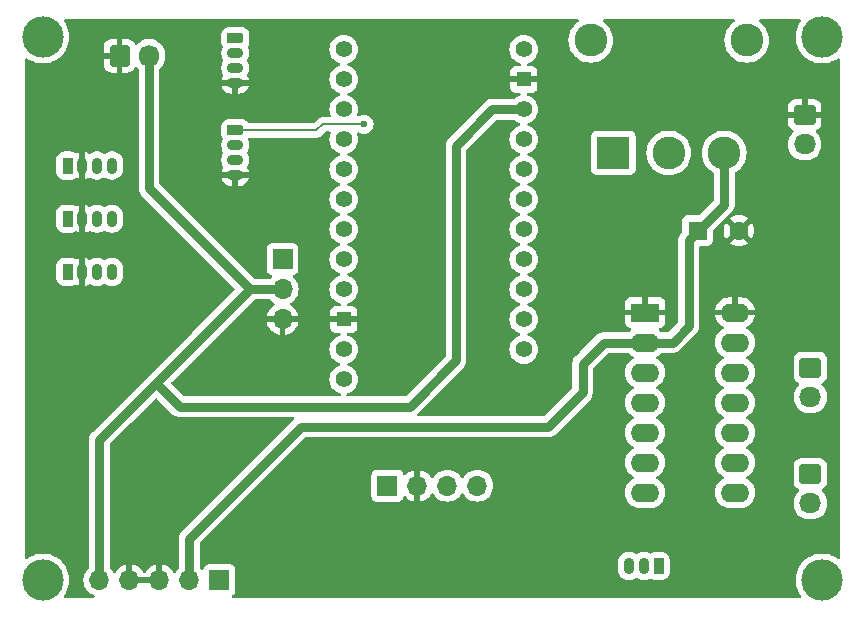
<source format=gbr>
%TF.GenerationSoftware,KiCad,Pcbnew,8.0.3-8.0.3-0~ubuntu22.04.1*%
%TF.CreationDate,2024-06-15T19:31:27-04:00*%
%TF.ProjectId,main_board,6d61696e-5f62-46f6-9172-642e6b696361,rev?*%
%TF.SameCoordinates,Original*%
%TF.FileFunction,Copper,L2,Bot*%
%TF.FilePolarity,Positive*%
%FSLAX46Y46*%
G04 Gerber Fmt 4.6, Leading zero omitted, Abs format (unit mm)*
G04 Created by KiCad (PCBNEW 8.0.3-8.0.3-0~ubuntu22.04.1) date 2024-06-15 19:31:27*
%MOMM*%
%LPD*%
G01*
G04 APERTURE LIST*
G04 Aperture macros list*
%AMRoundRect*
0 Rectangle with rounded corners*
0 $1 Rounding radius*
0 $2 $3 $4 $5 $6 $7 $8 $9 X,Y pos of 4 corners*
0 Add a 4 corners polygon primitive as box body*
4,1,4,$2,$3,$4,$5,$6,$7,$8,$9,$2,$3,0*
0 Add four circle primitives for the rounded corners*
1,1,$1+$1,$2,$3*
1,1,$1+$1,$4,$5*
1,1,$1+$1,$6,$7*
1,1,$1+$1,$8,$9*
0 Add four rect primitives between the rounded corners*
20,1,$1+$1,$2,$3,$4,$5,0*
20,1,$1+$1,$4,$5,$6,$7,0*
20,1,$1+$1,$6,$7,$8,$9,0*
20,1,$1+$1,$8,$9,$2,$3,0*%
G04 Aperture macros list end*
%TA.AperFunction,ComponentPad*%
%ADD10RoundRect,0.225000X-0.225000X-0.475000X0.225000X-0.475000X0.225000X0.475000X-0.225000X0.475000X0*%
%TD*%
%TA.AperFunction,ComponentPad*%
%ADD11O,0.900000X1.400000*%
%TD*%
%TA.AperFunction,ComponentPad*%
%ADD12R,1.700000X1.700000*%
%TD*%
%TA.AperFunction,ComponentPad*%
%ADD13O,1.700000X1.700000*%
%TD*%
%TA.AperFunction,ComponentPad*%
%ADD14RoundRect,0.250000X-0.600000X-0.675000X0.600000X-0.675000X0.600000X0.675000X-0.600000X0.675000X0*%
%TD*%
%TA.AperFunction,ComponentPad*%
%ADD15O,1.700000X1.850000*%
%TD*%
%TA.AperFunction,ComponentPad*%
%ADD16R,1.600000X1.600000*%
%TD*%
%TA.AperFunction,ComponentPad*%
%ADD17C,1.600000*%
%TD*%
%TA.AperFunction,ComponentPad*%
%ADD18RoundRect,0.225000X-0.475000X0.225000X-0.475000X-0.225000X0.475000X-0.225000X0.475000X0.225000X0*%
%TD*%
%TA.AperFunction,ComponentPad*%
%ADD19O,1.400000X0.900000*%
%TD*%
%TA.AperFunction,ComponentPad*%
%ADD20R,2.775000X2.775000*%
%TD*%
%TA.AperFunction,ComponentPad*%
%ADD21C,2.775000*%
%TD*%
%TA.AperFunction,ComponentPad*%
%ADD22R,2.400000X1.600000*%
%TD*%
%TA.AperFunction,ComponentPad*%
%ADD23O,2.400000X1.600000*%
%TD*%
%TA.AperFunction,ComponentPad*%
%ADD24RoundRect,0.250000X-0.675000X0.600000X-0.675000X-0.600000X0.675000X-0.600000X0.675000X0.600000X0*%
%TD*%
%TA.AperFunction,ComponentPad*%
%ADD25O,1.850000X1.700000*%
%TD*%
%TA.AperFunction,ComponentPad*%
%ADD26C,1.422400*%
%TD*%
%TA.AperFunction,ComponentPad*%
%ADD27R,1.270000X1.270000*%
%TD*%
%TA.AperFunction,ComponentPad*%
%ADD28RoundRect,0.225000X0.225000X0.475000X-0.225000X0.475000X-0.225000X-0.475000X0.225000X-0.475000X0*%
%TD*%
%TA.AperFunction,ViaPad*%
%ADD29C,3.500000*%
%TD*%
%TA.AperFunction,ViaPad*%
%ADD30C,0.600000*%
%TD*%
%TA.AperFunction,Conductor*%
%ADD31C,0.200000*%
%TD*%
%TA.AperFunction,Conductor*%
%ADD32C,0.750000*%
%TD*%
G04 APERTURE END LIST*
D10*
%TO.P,J8,1,Pin_1*%
%TO.N,3V3*%
X69100000Y-87900000D03*
D11*
%TO.P,J8,2,Pin_2*%
%TO.N,GND*%
X70350000Y-87900000D03*
%TO.P,J8,3,Pin_3*%
%TO.N,SCL*%
X71600000Y-87900000D03*
%TO.P,J8,4,Pin_4*%
%TO.N,SDA*%
X72850000Y-87900000D03*
%TD*%
D12*
%TO.P,J12,1,Pin_1*%
%TO.N,Servo*%
X87300000Y-95820000D03*
D13*
%TO.P,J12,2,Pin_2*%
%TO.N,5V*%
X87300000Y-98360000D03*
%TO.P,J12,3,Pin_3*%
%TO.N,GND*%
X87300000Y-100900000D03*
%TD*%
D14*
%TO.P,J10,1,Pin_1*%
%TO.N,GND*%
X73500000Y-78600000D03*
D15*
%TO.P,J10,2,Pin_2*%
%TO.N,5V*%
X76000000Y-78600000D03*
%TD*%
D12*
%TO.P,U3,1,Enable*%
%TO.N,unconnected-(U3-Enable-Pad1)*%
X81960000Y-123000000D03*
D13*
%TO.P,U3,2,Vin*%
%TO.N,Net-(U2-Vcc)*%
X79420000Y-123000000D03*
%TO.P,U3,3,Ground*%
%TO.N,GND*%
X76880000Y-123000000D03*
%TO.P,U3,4,Ground*%
X74340000Y-123000000D03*
%TO.P,U3,5,Vout*%
%TO.N,5V*%
X71800000Y-123000000D03*
%TD*%
D16*
%TO.P,C1,1*%
%TO.N,Net-(U2-Vcc)*%
X122447349Y-93400000D03*
D17*
%TO.P,C1,2*%
%TO.N,GND*%
X125947349Y-93400000D03*
%TD*%
D18*
%TO.P,J4,1,Pin_1*%
%TO.N,3V3*%
X83300000Y-84925000D03*
D19*
%TO.P,J4,2,Pin_2*%
%TO.N,L_A*%
X83300000Y-86175000D03*
%TO.P,J4,3,Pin_3*%
%TO.N,L_B*%
X83300000Y-87425000D03*
%TO.P,J4,4,Pin_4*%
%TO.N,GND*%
X83300000Y-88675000D03*
%TD*%
D20*
%TO.P,S1,1*%
%TO.N,unconnected-(S1-Pad1)*%
X115300000Y-86822500D03*
D21*
%TO.P,S1,2*%
%TO.N,Net-(J1-Pin_2)*%
X120000000Y-86822500D03*
%TO.P,S1,3*%
%TO.N,Net-(U2-Vcc)*%
X124700000Y-86822500D03*
%TO.P,S1,S1*%
%TO.N,N/C*%
X113395000Y-77292500D03*
%TO.P,S1,S2*%
X126605000Y-77292500D03*
%TD*%
D18*
%TO.P,J5,1,Pin_1*%
%TO.N,3V3*%
X83300000Y-77125000D03*
D19*
%TO.P,J5,2,Pin_2*%
%TO.N,R_A*%
X83300000Y-78375000D03*
%TO.P,J5,3,Pin_3*%
%TO.N,R_B*%
X83300000Y-79625000D03*
%TO.P,J5,4,Pin_4*%
%TO.N,GND*%
X83300000Y-80875000D03*
%TD*%
D22*
%TO.P,U2,1,Gnd*%
%TO.N,GND*%
X118000000Y-100340000D03*
D23*
%TO.P,U2,2,Vcc*%
%TO.N,Net-(U2-Vcc)*%
X118000000Y-102880000D03*
%TO.P,U2,3,BIn2*%
%TO.N,Left_Motor_2*%
X118000000Y-105420000D03*
%TO.P,U2,4,BIn1*%
%TO.N,Left_Motor_1*%
X118000000Y-107960000D03*
%TO.P,U2,5,AIn2*%
%TO.N,Right_Motor_2*%
X118000000Y-110500000D03*
%TO.P,U2,6,AIn1*%
%TO.N,Right_Motor_1*%
X118000000Y-113040000D03*
%TO.P,U2,7,Mode*%
%TO.N,unconnected-(U2-Mode-Pad7)*%
X118000000Y-115580000D03*
%TO.P,U2,8,Vmm*%
%TO.N,unconnected-(U2-Vmm-Pad8)*%
X125620000Y-115580000D03*
%TO.P,U2,9,AOut1*%
%TO.N,Net-(J3-Pin_2)*%
X125620000Y-113040000D03*
%TO.P,U2,10,AOut2*%
%TO.N,Net-(J3-Pin_1)*%
X125620000Y-110500000D03*
%TO.P,U2,11,BOut1*%
%TO.N,Net-(J2-Pin_2)*%
X125620000Y-107960000D03*
%TO.P,U2,12,BOut2*%
%TO.N,Net-(J2-Pin_1)*%
X125620000Y-105420000D03*
%TO.P,U2,13,VIn*%
%TO.N,3V3*%
X125620000Y-102880000D03*
%TO.P,U2,14,Gnd*%
%TO.N,GND*%
X125620000Y-100340000D03*
%TD*%
D24*
%TO.P,J2,1,Pin_1*%
%TO.N,Net-(J2-Pin_1)*%
X132000000Y-105000000D03*
D25*
%TO.P,J2,2,Pin_2*%
%TO.N,Net-(J2-Pin_2)*%
X132000000Y-107500000D03*
%TD*%
D24*
%TO.P,J3,1,Pin_1*%
%TO.N,Net-(J3-Pin_1)*%
X132000000Y-114000000D03*
D25*
%TO.P,J3,2,Pin_2*%
%TO.N,Net-(J3-Pin_2)*%
X132000000Y-116500000D03*
%TD*%
D10*
%TO.P,J7,1,Pin_1*%
%TO.N,3V3*%
X69100000Y-96900000D03*
D11*
%TO.P,J7,2,Pin_2*%
%TO.N,GND*%
X70350000Y-96900000D03*
%TO.P,J7,3,Pin_3*%
%TO.N,RX*%
X71600000Y-96900000D03*
%TO.P,J7,4,Pin_4*%
%TO.N,TX*%
X72850000Y-96900000D03*
%TD*%
D10*
%TO.P,J6,1,Pin_1*%
%TO.N,3V3*%
X69100000Y-92400000D03*
D11*
%TO.P,J6,2,Pin_2*%
%TO.N,GND*%
X70350000Y-92400000D03*
%TO.P,J6,3,Pin_3*%
%TO.N,SCL*%
X71600000Y-92400000D03*
%TO.P,J6,4,Pin_4*%
%TO.N,SDA*%
X72850000Y-92400000D03*
%TD*%
D26*
%TO.P,U1,1,VBAT*%
%TO.N,unconnected-(U1-VBAT-Pad1)*%
X107730000Y-78064000D03*
D27*
%TO.P,U1,2,GND*%
%TO.N,GND*%
X107730000Y-80604000D03*
D26*
%TO.P,U1,3,5V*%
%TO.N,5V*%
X107730000Y-83144000D03*
%TO.P,U1,4,3V3*%
%TO.N,3V3*%
X107730000Y-85684000D03*
%TO.P,U1,5,IO1*%
%TO.N,Right_Motor_1*%
X107730000Y-88224000D03*
%TO.P,U1,6,IO2*%
%TO.N,Right_Motor_2*%
X107730000Y-90764000D03*
%TO.P,U1,7,IO3*%
%TO.N,Left_Motor_1*%
X107730000Y-93304000D03*
%TO.P,U1,8,IO4*%
%TO.N,Left_Motor_2*%
X107730000Y-95844000D03*
%TO.P,U1,9,IO5*%
%TO.N,Left ToF Shutdown*%
X107730000Y-98384000D03*
%TO.P,U1,10,IO21*%
%TO.N,Center ToF Shutdown*%
X107730000Y-100924000D03*
%TO.P,U1,11,IO0*%
%TO.N,Right ToF Shutdown*%
X107730000Y-103464000D03*
%TO.P,U1,12,RX*%
%TO.N,RX*%
X92490000Y-106004000D03*
%TO.P,U1,13,TX*%
%TO.N,TX*%
X92490000Y-103464000D03*
D27*
%TO.P,U1,14,GND*%
%TO.N,GND*%
X92490000Y-100924000D03*
D26*
%TO.P,U1,15,RST*%
%TO.N,unconnected-(U1-RST-Pad15)*%
X92490000Y-98384000D03*
%TO.P,U1,16,IO6*%
%TO.N,Servo*%
X92490000Y-95844000D03*
%TO.P,U1,17,IO7*%
%TO.N,BATT*%
X92490000Y-93304000D03*
%TO.P,U1,18,IO8*%
%TO.N,SDA*%
X92490000Y-90764000D03*
%TO.P,U1,19,IO9*%
%TO.N,SCL*%
X92490000Y-88224000D03*
%TO.P,U1,20,IO34*%
%TO.N,L_B*%
X92490000Y-85684000D03*
%TO.P,U1,21,IO36*%
%TO.N,L_A*%
X92490000Y-83144000D03*
%TO.P,U1,22,IO37*%
%TO.N,R_B*%
X92490000Y-80604000D03*
%TO.P,U1,23,IO35*%
%TO.N,R_A*%
X92490000Y-78064000D03*
%TD*%
D28*
%TO.P,J13,1,Pin_1*%
%TO.N,Left ToF Shutdown*%
X119150000Y-121800000D03*
D11*
%TO.P,J13,2,Pin_2*%
%TO.N,Center ToF Shutdown*%
X117900000Y-121800000D03*
%TO.P,J13,3,Pin_3*%
%TO.N,Right ToF Shutdown*%
X116650000Y-121800000D03*
%TD*%
D12*
%TO.P,J9,1,Pin_1*%
%TO.N,3V3*%
X96180000Y-115000000D03*
D13*
%TO.P,J9,2,Pin_2*%
%TO.N,GND*%
X98720000Y-115000000D03*
%TO.P,J9,3,Pin_3*%
%TO.N,SCL*%
X101260000Y-115000000D03*
%TO.P,J9,4,Pin_4*%
%TO.N,SDA*%
X103800000Y-115000000D03*
%TD*%
D24*
%TO.P,J1,1,Pin_1*%
%TO.N,GND*%
X131500000Y-83600000D03*
D25*
%TO.P,J1,2,Pin_2*%
%TO.N,Net-(J1-Pin_2)*%
X131500000Y-86100000D03*
%TD*%
D29*
%TO.N,*%
X133000000Y-77000000D03*
X67000000Y-77000000D03*
X133000000Y-123000000D03*
X67000000Y-123000000D03*
D30*
%TO.N,GND*%
X83700000Y-119000000D03*
X82600000Y-119000000D03*
%TO.N,3V3*%
X94200000Y-84400000D03*
%TO.N,Net-(U2-Vcc)*%
X95800000Y-110000000D03*
%TD*%
D31*
%TO.N,3V3*%
X90175000Y-84925000D02*
X90700000Y-84400000D01*
X90700000Y-84400000D02*
X94200000Y-84400000D01*
X83300000Y-84925000D02*
X90175000Y-84925000D01*
D32*
%TO.N,5V*%
X84540000Y-98360000D02*
X76600000Y-106300000D01*
X105056000Y-83144000D02*
X107730000Y-83144000D01*
X78600000Y-108300000D02*
X98100000Y-108300000D01*
X102000000Y-86200000D02*
X105056000Y-83144000D01*
X102000000Y-104400000D02*
X102000000Y-86200000D01*
X98100000Y-108300000D02*
X102000000Y-104400000D01*
X76000000Y-78600000D02*
X76000000Y-89820000D01*
X71800000Y-111100000D02*
X71800000Y-123000000D01*
X76600000Y-106300000D02*
X78600000Y-108300000D01*
X76600000Y-106300000D02*
X71800000Y-111100000D01*
X87300000Y-98360000D02*
X84540000Y-98360000D01*
X76000000Y-89820000D02*
X84540000Y-98360000D01*
%TO.N,Net-(U2-Vcc)*%
X79420000Y-119480000D02*
X88900000Y-110000000D01*
X95800000Y-110000000D02*
X109800000Y-110000000D01*
X112700000Y-107100000D02*
X112700000Y-104700000D01*
X124700000Y-91200000D02*
X121700000Y-94200000D01*
X79420000Y-123000000D02*
X79420000Y-119480000D01*
X124700000Y-86822500D02*
X124700000Y-91200000D01*
X114520000Y-102880000D02*
X118000000Y-102880000D01*
X88900000Y-110000000D02*
X95800000Y-110000000D01*
X120320000Y-102880000D02*
X118000000Y-102880000D01*
X109800000Y-110000000D02*
X112700000Y-107100000D01*
X121700000Y-101500000D02*
X120320000Y-102880000D01*
X121700000Y-94200000D02*
X121700000Y-101500000D01*
X112700000Y-104700000D02*
X114520000Y-102880000D01*
%TD*%
%TA.AperFunction,Conductor*%
%TO.N,GND*%
G36*
X112332851Y-75520185D02*
G01*
X112378606Y-75572989D01*
X112388550Y-75642147D01*
X112359525Y-75705703D01*
X112340122Y-75723767D01*
X112155472Y-75861993D01*
X112155454Y-75862009D01*
X111964509Y-76052954D01*
X111964493Y-76052972D01*
X111802657Y-76269160D01*
X111802652Y-76269168D01*
X111673230Y-76506187D01*
X111673228Y-76506191D01*
X111601668Y-76698051D01*
X111581439Y-76752290D01*
X111578848Y-76759236D01*
X111521443Y-77023117D01*
X111502177Y-77292498D01*
X111502177Y-77292501D01*
X111521443Y-77561882D01*
X111567220Y-77772309D01*
X111578850Y-77825770D01*
X111605803Y-77898034D01*
X111673228Y-78078808D01*
X111673230Y-78078812D01*
X111802652Y-78315831D01*
X111802657Y-78315839D01*
X111964493Y-78532027D01*
X111964509Y-78532045D01*
X112155454Y-78722990D01*
X112155472Y-78723006D01*
X112371660Y-78884842D01*
X112371668Y-78884847D01*
X112608687Y-79014269D01*
X112608691Y-79014271D01*
X112608693Y-79014272D01*
X112861730Y-79108650D01*
X112993676Y-79137353D01*
X113125617Y-79166056D01*
X113125619Y-79166056D01*
X113125623Y-79166057D01*
X113365007Y-79183177D01*
X113394999Y-79185323D01*
X113395000Y-79185323D01*
X113395001Y-79185323D01*
X113421987Y-79183392D01*
X113664377Y-79166057D01*
X113928270Y-79108650D01*
X114181307Y-79014272D01*
X114418337Y-78884844D01*
X114634535Y-78723000D01*
X114825500Y-78532035D01*
X114987344Y-78315837D01*
X115116772Y-78078807D01*
X115211150Y-77825770D01*
X115268557Y-77561877D01*
X115287823Y-77292500D01*
X115287083Y-77282159D01*
X115279419Y-77175000D01*
X115268557Y-77023123D01*
X115263528Y-77000007D01*
X115234409Y-76866150D01*
X115211150Y-76759230D01*
X115116772Y-76506193D01*
X115067677Y-76416283D01*
X114987347Y-76269168D01*
X114987342Y-76269160D01*
X114825506Y-76052972D01*
X114825490Y-76052954D01*
X114634545Y-75862009D01*
X114634527Y-75861993D01*
X114449878Y-75723767D01*
X114408006Y-75667834D01*
X114403022Y-75598142D01*
X114436507Y-75536819D01*
X114497830Y-75503334D01*
X114524188Y-75500500D01*
X125475812Y-75500500D01*
X125542851Y-75520185D01*
X125588606Y-75572989D01*
X125598550Y-75642147D01*
X125569525Y-75705703D01*
X125550122Y-75723767D01*
X125365472Y-75861993D01*
X125365454Y-75862009D01*
X125174509Y-76052954D01*
X125174493Y-76052972D01*
X125012657Y-76269160D01*
X125012652Y-76269168D01*
X124883230Y-76506187D01*
X124883228Y-76506191D01*
X124811668Y-76698051D01*
X124791439Y-76752290D01*
X124788848Y-76759236D01*
X124731443Y-77023117D01*
X124712177Y-77292498D01*
X124712177Y-77292501D01*
X124731443Y-77561882D01*
X124777220Y-77772309D01*
X124788850Y-77825770D01*
X124815803Y-77898034D01*
X124883228Y-78078808D01*
X124883230Y-78078812D01*
X125012652Y-78315831D01*
X125012657Y-78315839D01*
X125174493Y-78532027D01*
X125174509Y-78532045D01*
X125365454Y-78722990D01*
X125365472Y-78723006D01*
X125581660Y-78884842D01*
X125581668Y-78884847D01*
X125818687Y-79014269D01*
X125818691Y-79014271D01*
X125818693Y-79014272D01*
X126071730Y-79108650D01*
X126203676Y-79137353D01*
X126335617Y-79166056D01*
X126335619Y-79166056D01*
X126335623Y-79166057D01*
X126575007Y-79183177D01*
X126604999Y-79185323D01*
X126605000Y-79185323D01*
X126605001Y-79185323D01*
X126631987Y-79183392D01*
X126874377Y-79166057D01*
X127138270Y-79108650D01*
X127391307Y-79014272D01*
X127628337Y-78884844D01*
X127844535Y-78723000D01*
X128035500Y-78532035D01*
X128197344Y-78315837D01*
X128326772Y-78078807D01*
X128421150Y-77825770D01*
X128478557Y-77561877D01*
X128497823Y-77292500D01*
X128497083Y-77282159D01*
X128489419Y-77175000D01*
X128478557Y-77023123D01*
X128473528Y-77000007D01*
X128444409Y-76866150D01*
X128421150Y-76759230D01*
X128326772Y-76506193D01*
X128277677Y-76416283D01*
X128197347Y-76269168D01*
X128197342Y-76269160D01*
X128035506Y-76052972D01*
X128035490Y-76052954D01*
X127844545Y-75862009D01*
X127844527Y-75861993D01*
X127659878Y-75723767D01*
X127618006Y-75667834D01*
X127613022Y-75598142D01*
X127646507Y-75536819D01*
X127707830Y-75503334D01*
X127734188Y-75500500D01*
X131063293Y-75500500D01*
X131130332Y-75520185D01*
X131176087Y-75572989D01*
X131186031Y-75642147D01*
X131166395Y-75693391D01*
X131046828Y-75872335D01*
X130916349Y-76136919D01*
X130821521Y-76416269D01*
X130821518Y-76416283D01*
X130763968Y-76705609D01*
X130763964Y-76705636D01*
X130744671Y-76999992D01*
X130744671Y-77000007D01*
X130763964Y-77294363D01*
X130763965Y-77294373D01*
X130763966Y-77294380D01*
X130803849Y-77494890D01*
X130821518Y-77583716D01*
X130821521Y-77583730D01*
X130916349Y-77863080D01*
X131046825Y-78127660D01*
X131046829Y-78127667D01*
X131210725Y-78372955D01*
X131405241Y-78594758D01*
X131627044Y-78789274D01*
X131767601Y-78883191D01*
X131872335Y-78953172D01*
X132136923Y-79083652D01*
X132416278Y-79178481D01*
X132705620Y-79236034D01*
X132733888Y-79237886D01*
X132999993Y-79255329D01*
X133000000Y-79255329D01*
X133000007Y-79255329D01*
X133235675Y-79239881D01*
X133294380Y-79236034D01*
X133583722Y-79178481D01*
X133863077Y-79083652D01*
X134127665Y-78953172D01*
X134306609Y-78833604D01*
X134373287Y-78812727D01*
X134440667Y-78831212D01*
X134487357Y-78883191D01*
X134499500Y-78936707D01*
X134499500Y-121063292D01*
X134479815Y-121130331D01*
X134427011Y-121176086D01*
X134357853Y-121186030D01*
X134306610Y-121166395D01*
X134232397Y-121116808D01*
X134127665Y-121046828D01*
X134127659Y-121046825D01*
X134127658Y-121046824D01*
X133863080Y-120916349D01*
X133583730Y-120821521D01*
X133583724Y-120821519D01*
X133583722Y-120821519D01*
X133294380Y-120763966D01*
X133294373Y-120763965D01*
X133294363Y-120763964D01*
X133000007Y-120744671D01*
X132999993Y-120744671D01*
X132705636Y-120763964D01*
X132705624Y-120763965D01*
X132705620Y-120763966D01*
X132705612Y-120763967D01*
X132705609Y-120763968D01*
X132416283Y-120821518D01*
X132416269Y-120821521D01*
X132136919Y-120916349D01*
X131872334Y-121046828D01*
X131627041Y-121210728D01*
X131405241Y-121405241D01*
X131210728Y-121627041D01*
X131046828Y-121872334D01*
X130916349Y-122136919D01*
X130821521Y-122416269D01*
X130821519Y-122416275D01*
X130821519Y-122416278D01*
X130797638Y-122536337D01*
X130763968Y-122705609D01*
X130763964Y-122705636D01*
X130744671Y-122999992D01*
X130744671Y-123000007D01*
X130763964Y-123294363D01*
X130763965Y-123294373D01*
X130763966Y-123294380D01*
X130797636Y-123463655D01*
X130821518Y-123583716D01*
X130821521Y-123583730D01*
X130916349Y-123863080D01*
X131046825Y-124127660D01*
X131046827Y-124127663D01*
X131046828Y-124127665D01*
X131157833Y-124293796D01*
X131166395Y-124306609D01*
X131187273Y-124373287D01*
X131168788Y-124440667D01*
X131116809Y-124487357D01*
X131063293Y-124499500D01*
X83150103Y-124499500D01*
X83083064Y-124479815D01*
X83037309Y-124427011D01*
X83027365Y-124357853D01*
X83056390Y-124294297D01*
X83075792Y-124276234D01*
X83135240Y-124231730D01*
X83167546Y-124207546D01*
X83253796Y-124092331D01*
X83304091Y-123957483D01*
X83310500Y-123897873D01*
X83310499Y-122102128D01*
X83304091Y-122042517D01*
X83302810Y-122039083D01*
X83253797Y-121907671D01*
X83253793Y-121907664D01*
X83167547Y-121792455D01*
X83167544Y-121792452D01*
X83052335Y-121706206D01*
X83052328Y-121706202D01*
X82917482Y-121655908D01*
X82917483Y-121655908D01*
X82857883Y-121649501D01*
X82857881Y-121649500D01*
X82857873Y-121649500D01*
X82857864Y-121649500D01*
X81062129Y-121649500D01*
X81062123Y-121649501D01*
X81002516Y-121655908D01*
X80867671Y-121706202D01*
X80867664Y-121706206D01*
X80752455Y-121792452D01*
X80752452Y-121792455D01*
X80666206Y-121907664D01*
X80666203Y-121907669D01*
X80617189Y-122039083D01*
X80575317Y-122095016D01*
X80509853Y-122119433D01*
X80441580Y-122104581D01*
X80413328Y-122083432D01*
X80331818Y-122001922D01*
X80298334Y-121940598D01*
X80295500Y-121914241D01*
X80295500Y-121456379D01*
X115699500Y-121456379D01*
X115699500Y-122143620D01*
X115736025Y-122327243D01*
X115736027Y-122327251D01*
X115807676Y-122500228D01*
X115807681Y-122500237D01*
X115911697Y-122655907D01*
X115911700Y-122655911D01*
X116044088Y-122788299D01*
X116044092Y-122788302D01*
X116199762Y-122892318D01*
X116199768Y-122892321D01*
X116199769Y-122892322D01*
X116372749Y-122963973D01*
X116553830Y-122999992D01*
X116556379Y-123000499D01*
X116556383Y-123000500D01*
X116556384Y-123000500D01*
X116743617Y-123000500D01*
X116743618Y-123000499D01*
X116927251Y-122963973D01*
X117100231Y-122892322D01*
X117100237Y-122892318D01*
X117206109Y-122821577D01*
X117272787Y-122800699D01*
X117340167Y-122819183D01*
X117343891Y-122821577D01*
X117449762Y-122892318D01*
X117449768Y-122892321D01*
X117449769Y-122892322D01*
X117622749Y-122963973D01*
X117803830Y-122999992D01*
X117806379Y-123000499D01*
X117806383Y-123000500D01*
X117806384Y-123000500D01*
X117993617Y-123000500D01*
X117993618Y-123000499D01*
X118177251Y-122963973D01*
X118350231Y-122892322D01*
X118376964Y-122874459D01*
X118443638Y-122853580D01*
X118510952Y-122872021D01*
X118599550Y-122926670D01*
X118611716Y-122934174D01*
X118616303Y-122937003D01*
X118777292Y-122990349D01*
X118876655Y-123000500D01*
X119423344Y-123000499D01*
X119423352Y-123000498D01*
X119423355Y-123000498D01*
X119477760Y-122994940D01*
X119522708Y-122990349D01*
X119683697Y-122937003D01*
X119828044Y-122847968D01*
X119947968Y-122728044D01*
X120037003Y-122583697D01*
X120090349Y-122422708D01*
X120100500Y-122323345D01*
X120100499Y-121276656D01*
X120093764Y-121210728D01*
X120090349Y-121177292D01*
X120090348Y-121177289D01*
X120064661Y-121099771D01*
X120037003Y-121016303D01*
X120036999Y-121016297D01*
X120036998Y-121016294D01*
X119947970Y-120871959D01*
X119947967Y-120871955D01*
X119828044Y-120752032D01*
X119828040Y-120752029D01*
X119683705Y-120663001D01*
X119683699Y-120662998D01*
X119683697Y-120662997D01*
X119683694Y-120662996D01*
X119522709Y-120609651D01*
X119423346Y-120599500D01*
X118876662Y-120599500D01*
X118876644Y-120599501D01*
X118777292Y-120609650D01*
X118777289Y-120609651D01*
X118616305Y-120662996D01*
X118616300Y-120662998D01*
X118510953Y-120727978D01*
X118443560Y-120746418D01*
X118376965Y-120725541D01*
X118350230Y-120707677D01*
X118177251Y-120636027D01*
X118177243Y-120636025D01*
X117993620Y-120599500D01*
X117993616Y-120599500D01*
X117806384Y-120599500D01*
X117806379Y-120599500D01*
X117622756Y-120636025D01*
X117622748Y-120636027D01*
X117449771Y-120707676D01*
X117449764Y-120707680D01*
X117343890Y-120778423D01*
X117277213Y-120799300D01*
X117209833Y-120780815D01*
X117206110Y-120778423D01*
X117100235Y-120707680D01*
X117100228Y-120707676D01*
X116927251Y-120636027D01*
X116927243Y-120636025D01*
X116743620Y-120599500D01*
X116743616Y-120599500D01*
X116556384Y-120599500D01*
X116556379Y-120599500D01*
X116372756Y-120636025D01*
X116372748Y-120636027D01*
X116199771Y-120707676D01*
X116199762Y-120707681D01*
X116044092Y-120811697D01*
X116044088Y-120811700D01*
X115911700Y-120944088D01*
X115911697Y-120944092D01*
X115807681Y-121099762D01*
X115807676Y-121099771D01*
X115736027Y-121272748D01*
X115736025Y-121272756D01*
X115699500Y-121456379D01*
X80295500Y-121456379D01*
X80295500Y-119894006D01*
X80315185Y-119826967D01*
X80331819Y-119806325D01*
X86036009Y-114102135D01*
X94829500Y-114102135D01*
X94829500Y-115897870D01*
X94829501Y-115897876D01*
X94835908Y-115957483D01*
X94886202Y-116092328D01*
X94886206Y-116092335D01*
X94972452Y-116207544D01*
X94972455Y-116207547D01*
X95087664Y-116293793D01*
X95087671Y-116293797D01*
X95222517Y-116344091D01*
X95222516Y-116344091D01*
X95229444Y-116344835D01*
X95282127Y-116350500D01*
X97077872Y-116350499D01*
X97137483Y-116344091D01*
X97272331Y-116293796D01*
X97387546Y-116207546D01*
X97473796Y-116092331D01*
X97478687Y-116079219D01*
X97493874Y-116038498D01*
X97523002Y-115960401D01*
X97564872Y-115904468D01*
X97630337Y-115880050D01*
X97698610Y-115894901D01*
X97726865Y-115916053D01*
X97848917Y-116038105D01*
X98042421Y-116173600D01*
X98256507Y-116273429D01*
X98256516Y-116273433D01*
X98470000Y-116330634D01*
X98470000Y-115433012D01*
X98527007Y-115465925D01*
X98654174Y-115500000D01*
X98785826Y-115500000D01*
X98912993Y-115465925D01*
X98970000Y-115433012D01*
X98970000Y-116330633D01*
X99183483Y-116273433D01*
X99183492Y-116273429D01*
X99397578Y-116173600D01*
X99591082Y-116038105D01*
X99758105Y-115871082D01*
X99888119Y-115685405D01*
X99942696Y-115641781D01*
X100012195Y-115634588D01*
X100074549Y-115666110D01*
X100091269Y-115685405D01*
X100221505Y-115871401D01*
X100388599Y-116038495D01*
X100485384Y-116106265D01*
X100582165Y-116174032D01*
X100582167Y-116174033D01*
X100582170Y-116174035D01*
X100796337Y-116273903D01*
X101024592Y-116335063D01*
X101201034Y-116350500D01*
X101259999Y-116355659D01*
X101260000Y-116355659D01*
X101260001Y-116355659D01*
X101318966Y-116350500D01*
X101495408Y-116335063D01*
X101723663Y-116273903D01*
X101937830Y-116174035D01*
X102131401Y-116038495D01*
X102298495Y-115871401D01*
X102428425Y-115685842D01*
X102483002Y-115642217D01*
X102552500Y-115635023D01*
X102614855Y-115666546D01*
X102631575Y-115685842D01*
X102761500Y-115871395D01*
X102761505Y-115871401D01*
X102928599Y-116038495D01*
X103025384Y-116106265D01*
X103122165Y-116174032D01*
X103122167Y-116174033D01*
X103122170Y-116174035D01*
X103336337Y-116273903D01*
X103564592Y-116335063D01*
X103741034Y-116350500D01*
X103799999Y-116355659D01*
X103800000Y-116355659D01*
X103800001Y-116355659D01*
X103858966Y-116350500D01*
X104035408Y-116335063D01*
X104263663Y-116273903D01*
X104477830Y-116174035D01*
X104671401Y-116038495D01*
X104838495Y-115871401D01*
X104974035Y-115677830D01*
X105073903Y-115463663D01*
X105135063Y-115235408D01*
X105155659Y-115000000D01*
X105135063Y-114764592D01*
X105073903Y-114536337D01*
X104974035Y-114322171D01*
X104968731Y-114314595D01*
X104838494Y-114128597D01*
X104671402Y-113961506D01*
X104671395Y-113961501D01*
X104477834Y-113825967D01*
X104477830Y-113825965D01*
X104477828Y-113825964D01*
X104263663Y-113726097D01*
X104263659Y-113726096D01*
X104263655Y-113726094D01*
X104035413Y-113664938D01*
X104035403Y-113664936D01*
X103800001Y-113644341D01*
X103799999Y-113644341D01*
X103564596Y-113664936D01*
X103564586Y-113664938D01*
X103336344Y-113726094D01*
X103336335Y-113726098D01*
X103122171Y-113825964D01*
X103122169Y-113825965D01*
X102928597Y-113961505D01*
X102761505Y-114128597D01*
X102631575Y-114314158D01*
X102576998Y-114357783D01*
X102507500Y-114364977D01*
X102445145Y-114333454D01*
X102428425Y-114314158D01*
X102298494Y-114128597D01*
X102131402Y-113961506D01*
X102131395Y-113961501D01*
X101937834Y-113825967D01*
X101937830Y-113825965D01*
X101937828Y-113825964D01*
X101723663Y-113726097D01*
X101723659Y-113726096D01*
X101723655Y-113726094D01*
X101495413Y-113664938D01*
X101495403Y-113664936D01*
X101260001Y-113644341D01*
X101259999Y-113644341D01*
X101024596Y-113664936D01*
X101024586Y-113664938D01*
X100796344Y-113726094D01*
X100796335Y-113726098D01*
X100582171Y-113825964D01*
X100582169Y-113825965D01*
X100388597Y-113961505D01*
X100221508Y-114128594D01*
X100091269Y-114314595D01*
X100036692Y-114358219D01*
X99967193Y-114365412D01*
X99904839Y-114333890D01*
X99888119Y-114314594D01*
X99758113Y-114128926D01*
X99758108Y-114128920D01*
X99591082Y-113961894D01*
X99397578Y-113826399D01*
X99183492Y-113726570D01*
X99183486Y-113726567D01*
X98970000Y-113669364D01*
X98970000Y-114566988D01*
X98912993Y-114534075D01*
X98785826Y-114500000D01*
X98654174Y-114500000D01*
X98527007Y-114534075D01*
X98470000Y-114566988D01*
X98470000Y-113669364D01*
X98469999Y-113669364D01*
X98256513Y-113726567D01*
X98256507Y-113726570D01*
X98042422Y-113826399D01*
X98042420Y-113826400D01*
X97848926Y-113961886D01*
X97726865Y-114083947D01*
X97665542Y-114117431D01*
X97595850Y-114112447D01*
X97539917Y-114070575D01*
X97523002Y-114039598D01*
X97520157Y-114031971D01*
X97473796Y-113907669D01*
X97473795Y-113907668D01*
X97473793Y-113907664D01*
X97387547Y-113792455D01*
X97387544Y-113792452D01*
X97272335Y-113706206D01*
X97272328Y-113706202D01*
X97137482Y-113655908D01*
X97137483Y-113655908D01*
X97077883Y-113649501D01*
X97077881Y-113649500D01*
X97077873Y-113649500D01*
X97077864Y-113649500D01*
X95282129Y-113649500D01*
X95282123Y-113649501D01*
X95222516Y-113655908D01*
X95087671Y-113706202D01*
X95087664Y-113706206D01*
X94972455Y-113792452D01*
X94972452Y-113792455D01*
X94886206Y-113907664D01*
X94886202Y-113907671D01*
X94835908Y-114042517D01*
X94829501Y-114102116D01*
X94829500Y-114102135D01*
X86036009Y-114102135D01*
X89226325Y-110911819D01*
X89287648Y-110878334D01*
X89314006Y-110875500D01*
X109886231Y-110875500D01*
X109886232Y-110875499D01*
X110055374Y-110841855D01*
X110214705Y-110775858D01*
X110358099Y-110680045D01*
X113380045Y-107658099D01*
X113475858Y-107514705D01*
X113541855Y-107355374D01*
X113575500Y-107186229D01*
X113575500Y-107013771D01*
X113575500Y-105114006D01*
X113595185Y-105046967D01*
X113611819Y-105026325D01*
X114846325Y-103791819D01*
X114907648Y-103758334D01*
X114934006Y-103755500D01*
X116584953Y-103755500D01*
X116651992Y-103775185D01*
X116672634Y-103791819D01*
X116752786Y-103871971D01*
X116834508Y-103931344D01*
X116918390Y-103992287D01*
X117006843Y-104037356D01*
X117011080Y-104039515D01*
X117061876Y-104087490D01*
X117078671Y-104155311D01*
X117056134Y-104221446D01*
X117011080Y-104260485D01*
X116918386Y-104307715D01*
X116752786Y-104428028D01*
X116608028Y-104572786D01*
X116487715Y-104738386D01*
X116394781Y-104920776D01*
X116331522Y-105115465D01*
X116299500Y-105317648D01*
X116299500Y-105522351D01*
X116331522Y-105724534D01*
X116394781Y-105919223D01*
X116487715Y-106101613D01*
X116608028Y-106267213D01*
X116752786Y-106411971D01*
X116907749Y-106524556D01*
X116918390Y-106532287D01*
X117009840Y-106578883D01*
X117011080Y-106579515D01*
X117061876Y-106627490D01*
X117078671Y-106695311D01*
X117056134Y-106761446D01*
X117011080Y-106800485D01*
X116918386Y-106847715D01*
X116752786Y-106968028D01*
X116608028Y-107112786D01*
X116487715Y-107278386D01*
X116394781Y-107460776D01*
X116331522Y-107655465D01*
X116299500Y-107857648D01*
X116299500Y-108062351D01*
X116331522Y-108264534D01*
X116394781Y-108459223D01*
X116487715Y-108641613D01*
X116608028Y-108807213D01*
X116752786Y-108951971D01*
X116890482Y-109052011D01*
X116918390Y-109072287D01*
X116982230Y-109104815D01*
X117011080Y-109119515D01*
X117061876Y-109167490D01*
X117078671Y-109235311D01*
X117056134Y-109301446D01*
X117011080Y-109340485D01*
X116918386Y-109387715D01*
X116752786Y-109508028D01*
X116608028Y-109652786D01*
X116487715Y-109818386D01*
X116394781Y-110000776D01*
X116331522Y-110195465D01*
X116299500Y-110397648D01*
X116299500Y-110602351D01*
X116331522Y-110804534D01*
X116394781Y-110999223D01*
X116487715Y-111181613D01*
X116608028Y-111347213D01*
X116752786Y-111491971D01*
X116907749Y-111604556D01*
X116918390Y-111612287D01*
X117009840Y-111658883D01*
X117011080Y-111659515D01*
X117061876Y-111707490D01*
X117078671Y-111775311D01*
X117056134Y-111841446D01*
X117011080Y-111880485D01*
X116918386Y-111927715D01*
X116752786Y-112048028D01*
X116608028Y-112192786D01*
X116487715Y-112358386D01*
X116394781Y-112540776D01*
X116331522Y-112735465D01*
X116299500Y-112937648D01*
X116299500Y-113142351D01*
X116331522Y-113344534D01*
X116394781Y-113539223D01*
X116454236Y-113655908D01*
X116479864Y-113706206D01*
X116487715Y-113721613D01*
X116608028Y-113887213D01*
X116752786Y-114031971D01*
X116863554Y-114112447D01*
X116918390Y-114152287D01*
X117009840Y-114198883D01*
X117011080Y-114199515D01*
X117061876Y-114247490D01*
X117078671Y-114315311D01*
X117056134Y-114381446D01*
X117011080Y-114420485D01*
X116918386Y-114467715D01*
X116752786Y-114588028D01*
X116608028Y-114732786D01*
X116487715Y-114898386D01*
X116394781Y-115080776D01*
X116331522Y-115275465D01*
X116299500Y-115477648D01*
X116299500Y-115682351D01*
X116331522Y-115884534D01*
X116394781Y-116079223D01*
X116443091Y-116174035D01*
X116460166Y-116207547D01*
X116487715Y-116261613D01*
X116608028Y-116427213D01*
X116752786Y-116571971D01*
X116907749Y-116684556D01*
X116918390Y-116692287D01*
X117034607Y-116751503D01*
X117100776Y-116785218D01*
X117100778Y-116785218D01*
X117100781Y-116785220D01*
X117196248Y-116816239D01*
X117295465Y-116848477D01*
X117396557Y-116864488D01*
X117497648Y-116880500D01*
X117497649Y-116880500D01*
X118502351Y-116880500D01*
X118502352Y-116880500D01*
X118704534Y-116848477D01*
X118899219Y-116785220D01*
X119081610Y-116692287D01*
X119199981Y-116606286D01*
X119247213Y-116571971D01*
X119247215Y-116571968D01*
X119247219Y-116571966D01*
X119391966Y-116427219D01*
X119391968Y-116427215D01*
X119391971Y-116427213D01*
X119447707Y-116350498D01*
X119512287Y-116261610D01*
X119605220Y-116079219D01*
X119668477Y-115884534D01*
X119700500Y-115682352D01*
X119700500Y-115477648D01*
X119699791Y-115473171D01*
X119668477Y-115275465D01*
X119605218Y-115080776D01*
X119564059Y-114999999D01*
X119512287Y-114898390D01*
X119504556Y-114887749D01*
X119391971Y-114732786D01*
X119247213Y-114588028D01*
X119081614Y-114467715D01*
X119075006Y-114464348D01*
X118988917Y-114420483D01*
X118938123Y-114372511D01*
X118921328Y-114304690D01*
X118943865Y-114238555D01*
X118988917Y-114199516D01*
X119081610Y-114152287D01*
X119232697Y-114042517D01*
X119247213Y-114031971D01*
X119247215Y-114031968D01*
X119247219Y-114031966D01*
X119391966Y-113887219D01*
X119391968Y-113887215D01*
X119391971Y-113887213D01*
X119444732Y-113814590D01*
X119512287Y-113721610D01*
X119605220Y-113539219D01*
X119668477Y-113344534D01*
X119700500Y-113142352D01*
X119700500Y-112937648D01*
X119668477Y-112735466D01*
X119661887Y-112715185D01*
X119605218Y-112540776D01*
X119571503Y-112474607D01*
X119512287Y-112358390D01*
X119504556Y-112347749D01*
X119391971Y-112192786D01*
X119247213Y-112048028D01*
X119081614Y-111927715D01*
X119075006Y-111924348D01*
X118988917Y-111880483D01*
X118938123Y-111832511D01*
X118921328Y-111764690D01*
X118943865Y-111698555D01*
X118988917Y-111659516D01*
X119081610Y-111612287D01*
X119102770Y-111596913D01*
X119247213Y-111491971D01*
X119247215Y-111491968D01*
X119247219Y-111491966D01*
X119391966Y-111347219D01*
X119391968Y-111347215D01*
X119391971Y-111347213D01*
X119444732Y-111274590D01*
X119512287Y-111181610D01*
X119605220Y-110999219D01*
X119668477Y-110804534D01*
X119700500Y-110602352D01*
X119700500Y-110397648D01*
X119668477Y-110195466D01*
X119605220Y-110000781D01*
X119605218Y-110000778D01*
X119605218Y-110000776D01*
X119571503Y-109934607D01*
X119512287Y-109818390D01*
X119504556Y-109807749D01*
X119391971Y-109652786D01*
X119247213Y-109508028D01*
X119081614Y-109387715D01*
X119067852Y-109380703D01*
X118988917Y-109340483D01*
X118938123Y-109292511D01*
X118921328Y-109224690D01*
X118943865Y-109158555D01*
X118988917Y-109119516D01*
X119081610Y-109072287D01*
X119109518Y-109052011D01*
X119247213Y-108951971D01*
X119247215Y-108951968D01*
X119247219Y-108951966D01*
X119391966Y-108807219D01*
X119391968Y-108807215D01*
X119391971Y-108807213D01*
X119444732Y-108734590D01*
X119512287Y-108641610D01*
X119605220Y-108459219D01*
X119668477Y-108264534D01*
X119700500Y-108062352D01*
X119700500Y-107857648D01*
X119668477Y-107655466D01*
X119652497Y-107606286D01*
X119605218Y-107460776D01*
X119551508Y-107355366D01*
X119512287Y-107278390D01*
X119469354Y-107219297D01*
X119391971Y-107112786D01*
X119247213Y-106968028D01*
X119081614Y-106847715D01*
X119075006Y-106844348D01*
X118988917Y-106800483D01*
X118938123Y-106752511D01*
X118921328Y-106684690D01*
X118943865Y-106618555D01*
X118988917Y-106579516D01*
X119081610Y-106532287D01*
X119102770Y-106516913D01*
X119247213Y-106411971D01*
X119247215Y-106411968D01*
X119247219Y-106411966D01*
X119391966Y-106267219D01*
X119391968Y-106267215D01*
X119391971Y-106267213D01*
X119446098Y-106192712D01*
X119512287Y-106101610D01*
X119605220Y-105919219D01*
X119668477Y-105724534D01*
X119700500Y-105522352D01*
X119700500Y-105317648D01*
X119685376Y-105222159D01*
X119668477Y-105115465D01*
X119605218Y-104920776D01*
X119562374Y-104836691D01*
X119512287Y-104738390D01*
X119504556Y-104727749D01*
X119391971Y-104572786D01*
X119247213Y-104428028D01*
X119081614Y-104307715D01*
X119037612Y-104285295D01*
X118988917Y-104260483D01*
X118938123Y-104212511D01*
X118921328Y-104144690D01*
X118943865Y-104078555D01*
X118988917Y-104039516D01*
X119081610Y-103992287D01*
X119165492Y-103931344D01*
X119247213Y-103871971D01*
X119247215Y-103871968D01*
X119247219Y-103871966D01*
X119327366Y-103791819D01*
X119388689Y-103758334D01*
X119415047Y-103755500D01*
X120406231Y-103755500D01*
X120406232Y-103755499D01*
X120575374Y-103721855D01*
X120734705Y-103655858D01*
X120878099Y-103560045D01*
X121660496Y-102777648D01*
X123919500Y-102777648D01*
X123919500Y-102982351D01*
X123951522Y-103184534D01*
X124014781Y-103379223D01*
X124057978Y-103464000D01*
X124106914Y-103560042D01*
X124107715Y-103561613D01*
X124228028Y-103727213D01*
X124372786Y-103871971D01*
X124454508Y-103931344D01*
X124538390Y-103992287D01*
X124626843Y-104037356D01*
X124631080Y-104039515D01*
X124681876Y-104087490D01*
X124698671Y-104155311D01*
X124676134Y-104221446D01*
X124631080Y-104260485D01*
X124538386Y-104307715D01*
X124372786Y-104428028D01*
X124228028Y-104572786D01*
X124107715Y-104738386D01*
X124014781Y-104920776D01*
X123951522Y-105115465D01*
X123919500Y-105317648D01*
X123919500Y-105522351D01*
X123951522Y-105724534D01*
X124014781Y-105919223D01*
X124107715Y-106101613D01*
X124228028Y-106267213D01*
X124372786Y-106411971D01*
X124527749Y-106524556D01*
X124538390Y-106532287D01*
X124629840Y-106578883D01*
X124631080Y-106579515D01*
X124681876Y-106627490D01*
X124698671Y-106695311D01*
X124676134Y-106761446D01*
X124631080Y-106800485D01*
X124538386Y-106847715D01*
X124372786Y-106968028D01*
X124228028Y-107112786D01*
X124107715Y-107278386D01*
X124014781Y-107460776D01*
X123951522Y-107655465D01*
X123919500Y-107857648D01*
X123919500Y-108062351D01*
X123951522Y-108264534D01*
X124014781Y-108459223D01*
X124107715Y-108641613D01*
X124228028Y-108807213D01*
X124372786Y-108951971D01*
X124510482Y-109052011D01*
X124538390Y-109072287D01*
X124602230Y-109104815D01*
X124631080Y-109119515D01*
X124681876Y-109167490D01*
X124698671Y-109235311D01*
X124676134Y-109301446D01*
X124631080Y-109340485D01*
X124538386Y-109387715D01*
X124372786Y-109508028D01*
X124228028Y-109652786D01*
X124107715Y-109818386D01*
X124014781Y-110000776D01*
X123951522Y-110195465D01*
X123919500Y-110397648D01*
X123919500Y-110602351D01*
X123951522Y-110804534D01*
X124014781Y-110999223D01*
X124107715Y-111181613D01*
X124228028Y-111347213D01*
X124372786Y-111491971D01*
X124527749Y-111604556D01*
X124538390Y-111612287D01*
X124629840Y-111658883D01*
X124631080Y-111659515D01*
X124681876Y-111707490D01*
X124698671Y-111775311D01*
X124676134Y-111841446D01*
X124631080Y-111880485D01*
X124538386Y-111927715D01*
X124372786Y-112048028D01*
X124228028Y-112192786D01*
X124107715Y-112358386D01*
X124014781Y-112540776D01*
X123951522Y-112735465D01*
X123919500Y-112937648D01*
X123919500Y-113142351D01*
X123951522Y-113344534D01*
X124014781Y-113539223D01*
X124074236Y-113655908D01*
X124099864Y-113706206D01*
X124107715Y-113721613D01*
X124228028Y-113887213D01*
X124372786Y-114031971D01*
X124483554Y-114112447D01*
X124538390Y-114152287D01*
X124629840Y-114198883D01*
X124631080Y-114199515D01*
X124681876Y-114247490D01*
X124698671Y-114315311D01*
X124676134Y-114381446D01*
X124631080Y-114420485D01*
X124538386Y-114467715D01*
X124372786Y-114588028D01*
X124228028Y-114732786D01*
X124107715Y-114898386D01*
X124014781Y-115080776D01*
X123951522Y-115275465D01*
X123919500Y-115477648D01*
X123919500Y-115682351D01*
X123951522Y-115884534D01*
X124014781Y-116079223D01*
X124063091Y-116174035D01*
X124080166Y-116207547D01*
X124107715Y-116261613D01*
X124228028Y-116427213D01*
X124372786Y-116571971D01*
X124527749Y-116684556D01*
X124538390Y-116692287D01*
X124654607Y-116751503D01*
X124720776Y-116785218D01*
X124720778Y-116785218D01*
X124720781Y-116785220D01*
X124816248Y-116816239D01*
X124915465Y-116848477D01*
X125016557Y-116864488D01*
X125117648Y-116880500D01*
X125117649Y-116880500D01*
X126122351Y-116880500D01*
X126122352Y-116880500D01*
X126324534Y-116848477D01*
X126519219Y-116785220D01*
X126701610Y-116692287D01*
X126819981Y-116606286D01*
X126867213Y-116571971D01*
X126867215Y-116571968D01*
X126867219Y-116571966D01*
X127011966Y-116427219D01*
X127011968Y-116427215D01*
X127011971Y-116427213D01*
X127067707Y-116350498D01*
X127132287Y-116261610D01*
X127225220Y-116079219D01*
X127288477Y-115884534D01*
X127320500Y-115682352D01*
X127320500Y-115477648D01*
X127319791Y-115473171D01*
X127288477Y-115275465D01*
X127225218Y-115080776D01*
X127184059Y-114999999D01*
X127132287Y-114898390D01*
X127124556Y-114887749D01*
X127011971Y-114732786D01*
X126867213Y-114588028D01*
X126701614Y-114467715D01*
X126695006Y-114464348D01*
X126608917Y-114420483D01*
X126558123Y-114372511D01*
X126541328Y-114304690D01*
X126563865Y-114238555D01*
X126608917Y-114199516D01*
X126701610Y-114152287D01*
X126852697Y-114042517D01*
X126867213Y-114031971D01*
X126867215Y-114031968D01*
X126867219Y-114031966D01*
X127011966Y-113887219D01*
X127011968Y-113887215D01*
X127011971Y-113887213D01*
X127064732Y-113814590D01*
X127132287Y-113721610D01*
X127225220Y-113539219D01*
X127286707Y-113349983D01*
X130574500Y-113349983D01*
X130574500Y-114650001D01*
X130574501Y-114650018D01*
X130585000Y-114752796D01*
X130585001Y-114752799D01*
X130633246Y-114898390D01*
X130640186Y-114919334D01*
X130730542Y-115065826D01*
X130732289Y-115068657D01*
X130856344Y-115192712D01*
X131011120Y-115288178D01*
X131057845Y-115340126D01*
X131069068Y-115409088D01*
X131041224Y-115473171D01*
X131033706Y-115481398D01*
X130894889Y-115620215D01*
X130769951Y-115792179D01*
X130673444Y-115981585D01*
X130607753Y-116183760D01*
X130583789Y-116335063D01*
X130574500Y-116393713D01*
X130574500Y-116606287D01*
X130607754Y-116816243D01*
X130628632Y-116880500D01*
X130673444Y-117018414D01*
X130769951Y-117207820D01*
X130894890Y-117379786D01*
X131045213Y-117530109D01*
X131217179Y-117655048D01*
X131217181Y-117655049D01*
X131217184Y-117655051D01*
X131406588Y-117751557D01*
X131608757Y-117817246D01*
X131818713Y-117850500D01*
X131818714Y-117850500D01*
X132181286Y-117850500D01*
X132181287Y-117850500D01*
X132391243Y-117817246D01*
X132593412Y-117751557D01*
X132782816Y-117655051D01*
X132804789Y-117639086D01*
X132954786Y-117530109D01*
X132954788Y-117530106D01*
X132954792Y-117530104D01*
X133105104Y-117379792D01*
X133105106Y-117379788D01*
X133105109Y-117379786D01*
X133230048Y-117207820D01*
X133230047Y-117207820D01*
X133230051Y-117207816D01*
X133326557Y-117018412D01*
X133392246Y-116816243D01*
X133425500Y-116606287D01*
X133425500Y-116393713D01*
X133392246Y-116183757D01*
X133326557Y-115981588D01*
X133230051Y-115792184D01*
X133230049Y-115792181D01*
X133230048Y-115792179D01*
X133105109Y-115620213D01*
X132966294Y-115481398D01*
X132932809Y-115420075D01*
X132937793Y-115350383D01*
X132979665Y-115294450D01*
X132988879Y-115288178D01*
X132994331Y-115284814D01*
X132994334Y-115284814D01*
X133143656Y-115192712D01*
X133267712Y-115068656D01*
X133359814Y-114919334D01*
X133414999Y-114752797D01*
X133425500Y-114650009D01*
X133425499Y-113349992D01*
X133424941Y-113344534D01*
X133414999Y-113247203D01*
X133414998Y-113247200D01*
X133359814Y-113080666D01*
X133267712Y-112931344D01*
X133143656Y-112807288D01*
X132994334Y-112715186D01*
X132827797Y-112660001D01*
X132827795Y-112660000D01*
X132725010Y-112649500D01*
X131274998Y-112649500D01*
X131274981Y-112649501D01*
X131172203Y-112660000D01*
X131172200Y-112660001D01*
X131005668Y-112715185D01*
X131005663Y-112715187D01*
X130856342Y-112807289D01*
X130732289Y-112931342D01*
X130640187Y-113080663D01*
X130640185Y-113080668D01*
X130619745Y-113142352D01*
X130585001Y-113247203D01*
X130585001Y-113247204D01*
X130585000Y-113247204D01*
X130574500Y-113349983D01*
X127286707Y-113349983D01*
X127288477Y-113344534D01*
X127320500Y-113142352D01*
X127320500Y-112937648D01*
X127288477Y-112735466D01*
X127281887Y-112715185D01*
X127225218Y-112540776D01*
X127191503Y-112474607D01*
X127132287Y-112358390D01*
X127124556Y-112347749D01*
X127011971Y-112192786D01*
X126867213Y-112048028D01*
X126701614Y-111927715D01*
X126695006Y-111924348D01*
X126608917Y-111880483D01*
X126558123Y-111832511D01*
X126541328Y-111764690D01*
X126563865Y-111698555D01*
X126608917Y-111659516D01*
X126701610Y-111612287D01*
X126722770Y-111596913D01*
X126867213Y-111491971D01*
X126867215Y-111491968D01*
X126867219Y-111491966D01*
X127011966Y-111347219D01*
X127011968Y-111347215D01*
X127011971Y-111347213D01*
X127064732Y-111274590D01*
X127132287Y-111181610D01*
X127225220Y-110999219D01*
X127288477Y-110804534D01*
X127320500Y-110602352D01*
X127320500Y-110397648D01*
X127288477Y-110195466D01*
X127225220Y-110000781D01*
X127225218Y-110000778D01*
X127225218Y-110000776D01*
X127191503Y-109934607D01*
X127132287Y-109818390D01*
X127124556Y-109807749D01*
X127011971Y-109652786D01*
X126867213Y-109508028D01*
X126701614Y-109387715D01*
X126687852Y-109380703D01*
X126608917Y-109340483D01*
X126558123Y-109292511D01*
X126541328Y-109224690D01*
X126563865Y-109158555D01*
X126608917Y-109119516D01*
X126701610Y-109072287D01*
X126729518Y-109052011D01*
X126867213Y-108951971D01*
X126867215Y-108951968D01*
X126867219Y-108951966D01*
X127011966Y-108807219D01*
X127011968Y-108807215D01*
X127011971Y-108807213D01*
X127064732Y-108734590D01*
X127132287Y-108641610D01*
X127225220Y-108459219D01*
X127288477Y-108264534D01*
X127320500Y-108062352D01*
X127320500Y-107857648D01*
X127288477Y-107655466D01*
X127272497Y-107606286D01*
X127225218Y-107460776D01*
X127171508Y-107355366D01*
X127132287Y-107278390D01*
X127089354Y-107219297D01*
X127011971Y-107112786D01*
X126867213Y-106968028D01*
X126701614Y-106847715D01*
X126695006Y-106844348D01*
X126608917Y-106800483D01*
X126558123Y-106752511D01*
X126541328Y-106684690D01*
X126563865Y-106618555D01*
X126608917Y-106579516D01*
X126701610Y-106532287D01*
X126722770Y-106516913D01*
X126867213Y-106411971D01*
X126867215Y-106411968D01*
X126867219Y-106411966D01*
X127011966Y-106267219D01*
X127011968Y-106267215D01*
X127011971Y-106267213D01*
X127066098Y-106192712D01*
X127132287Y-106101610D01*
X127225220Y-105919219D01*
X127288477Y-105724534D01*
X127320500Y-105522352D01*
X127320500Y-105317648D01*
X127305376Y-105222159D01*
X127288477Y-105115465D01*
X127225218Y-104920776D01*
X127182374Y-104836691D01*
X127132287Y-104738390D01*
X127124556Y-104727749D01*
X127011971Y-104572786D01*
X126867213Y-104428028D01*
X126759792Y-104349983D01*
X130574500Y-104349983D01*
X130574500Y-105650001D01*
X130574501Y-105650018D01*
X130585000Y-105752796D01*
X130585001Y-105752799D01*
X130640148Y-105919219D01*
X130640186Y-105919334D01*
X130692407Y-106003999D01*
X130732289Y-106068657D01*
X130856344Y-106192712D01*
X131011120Y-106288178D01*
X131057845Y-106340126D01*
X131069068Y-106409088D01*
X131041224Y-106473171D01*
X131033706Y-106481398D01*
X130894889Y-106620215D01*
X130769951Y-106792179D01*
X130673444Y-106981585D01*
X130673443Y-106981587D01*
X130673443Y-106981588D01*
X130640598Y-107082672D01*
X130607753Y-107183760D01*
X130581532Y-107349312D01*
X130574500Y-107393713D01*
X130574500Y-107606287D01*
X130607754Y-107816243D01*
X130621207Y-107857648D01*
X130673444Y-108018414D01*
X130769951Y-108207820D01*
X130894890Y-108379786D01*
X131045213Y-108530109D01*
X131217179Y-108655048D01*
X131217181Y-108655049D01*
X131217184Y-108655051D01*
X131406588Y-108751557D01*
X131608757Y-108817246D01*
X131818713Y-108850500D01*
X131818714Y-108850500D01*
X132181286Y-108850500D01*
X132181287Y-108850500D01*
X132391243Y-108817246D01*
X132593412Y-108751557D01*
X132782816Y-108655051D01*
X132804789Y-108639086D01*
X132954786Y-108530109D01*
X132954788Y-108530106D01*
X132954792Y-108530104D01*
X133105104Y-108379792D01*
X133105106Y-108379788D01*
X133105109Y-108379786D01*
X133230048Y-108207820D01*
X133230047Y-108207820D01*
X133230051Y-108207816D01*
X133326557Y-108018412D01*
X133392246Y-107816243D01*
X133425500Y-107606287D01*
X133425500Y-107393713D01*
X133392246Y-107183757D01*
X133326557Y-106981588D01*
X133230051Y-106792184D01*
X133230049Y-106792181D01*
X133230048Y-106792179D01*
X133105109Y-106620213D01*
X132966294Y-106481398D01*
X132932809Y-106420075D01*
X132937793Y-106350383D01*
X132979665Y-106294450D01*
X132988879Y-106288178D01*
X132994331Y-106284814D01*
X132994334Y-106284814D01*
X133143656Y-106192712D01*
X133267712Y-106068656D01*
X133359814Y-105919334D01*
X133414999Y-105752797D01*
X133425500Y-105650009D01*
X133425499Y-104349992D01*
X133414999Y-104247203D01*
X133359814Y-104080666D01*
X133267712Y-103931344D01*
X133143656Y-103807288D01*
X133005148Y-103721856D01*
X132994336Y-103715187D01*
X132994331Y-103715185D01*
X132992862Y-103714698D01*
X132827797Y-103660001D01*
X132827795Y-103660000D01*
X132725010Y-103649500D01*
X131274998Y-103649500D01*
X131274981Y-103649501D01*
X131172203Y-103660000D01*
X131172200Y-103660001D01*
X131005668Y-103715185D01*
X131005663Y-103715187D01*
X130856342Y-103807289D01*
X130732289Y-103931342D01*
X130640187Y-104080663D01*
X130640185Y-104080668D01*
X130617716Y-104148477D01*
X130585001Y-104247203D01*
X130585001Y-104247204D01*
X130585000Y-104247204D01*
X130574500Y-104349983D01*
X126759792Y-104349983D01*
X126701614Y-104307715D01*
X126657612Y-104285295D01*
X126608917Y-104260483D01*
X126558123Y-104212511D01*
X126541328Y-104144690D01*
X126563865Y-104078555D01*
X126608917Y-104039516D01*
X126701610Y-103992287D01*
X126785492Y-103931344D01*
X126867213Y-103871971D01*
X126867215Y-103871968D01*
X126867219Y-103871966D01*
X127011966Y-103727219D01*
X127011968Y-103727215D01*
X127011971Y-103727213D01*
X127068432Y-103649500D01*
X127132287Y-103561610D01*
X127225220Y-103379219D01*
X127288477Y-103184534D01*
X127320500Y-102982352D01*
X127320500Y-102777648D01*
X127305376Y-102682159D01*
X127288477Y-102575465D01*
X127225218Y-102380776D01*
X127182374Y-102296691D01*
X127132287Y-102198390D01*
X127119314Y-102180534D01*
X127011971Y-102032786D01*
X126867213Y-101888028D01*
X126701611Y-101767713D01*
X126608369Y-101720203D01*
X126557574Y-101672229D01*
X126540779Y-101604407D01*
X126563317Y-101538273D01*
X126608371Y-101499234D01*
X126701347Y-101451861D01*
X126866894Y-101331582D01*
X126866895Y-101331582D01*
X127011582Y-101186895D01*
X127011582Y-101186894D01*
X127131859Y-101021349D01*
X127224755Y-100839029D01*
X127287990Y-100644413D01*
X127296609Y-100590000D01*
X125935686Y-100590000D01*
X125940080Y-100585606D01*
X125992741Y-100494394D01*
X126020000Y-100392661D01*
X126020000Y-100287339D01*
X125992741Y-100185606D01*
X125940080Y-100094394D01*
X125935686Y-100090000D01*
X127296609Y-100090000D01*
X127287990Y-100035586D01*
X127224755Y-99840970D01*
X127131859Y-99658650D01*
X127011582Y-99493105D01*
X127011582Y-99493104D01*
X126866895Y-99348417D01*
X126701349Y-99228140D01*
X126519031Y-99135244D01*
X126324417Y-99072009D01*
X126122317Y-99040000D01*
X125870000Y-99040000D01*
X125870000Y-100024314D01*
X125865606Y-100019920D01*
X125774394Y-99967259D01*
X125672661Y-99940000D01*
X125567339Y-99940000D01*
X125465606Y-99967259D01*
X125374394Y-100019920D01*
X125370000Y-100024314D01*
X125370000Y-99040000D01*
X125117683Y-99040000D01*
X124915582Y-99072009D01*
X124720968Y-99135244D01*
X124538650Y-99228140D01*
X124373105Y-99348417D01*
X124373104Y-99348417D01*
X124228417Y-99493104D01*
X124228417Y-99493105D01*
X124108140Y-99658650D01*
X124015244Y-99840970D01*
X123952009Y-100035586D01*
X123943391Y-100090000D01*
X125304314Y-100090000D01*
X125299920Y-100094394D01*
X125247259Y-100185606D01*
X125220000Y-100287339D01*
X125220000Y-100392661D01*
X125247259Y-100494394D01*
X125299920Y-100585606D01*
X125304314Y-100590000D01*
X123943391Y-100590000D01*
X123952009Y-100644413D01*
X124015244Y-100839029D01*
X124108140Y-101021349D01*
X124228417Y-101186894D01*
X124228417Y-101186895D01*
X124373104Y-101331582D01*
X124538652Y-101451861D01*
X124631628Y-101499234D01*
X124682425Y-101547208D01*
X124699220Y-101615029D01*
X124676683Y-101681164D01*
X124631630Y-101720203D01*
X124538388Y-101767713D01*
X124372786Y-101888028D01*
X124228028Y-102032786D01*
X124107715Y-102198386D01*
X124014781Y-102380776D01*
X123951522Y-102575465D01*
X123919500Y-102777648D01*
X121660496Y-102777648D01*
X122380045Y-102058099D01*
X122432563Y-101979500D01*
X122475858Y-101914705D01*
X122541855Y-101755374D01*
X122575500Y-101586229D01*
X122575500Y-94824499D01*
X122595185Y-94757460D01*
X122647989Y-94711705D01*
X122699500Y-94700499D01*
X123295220Y-94700499D01*
X123295221Y-94700499D01*
X123354832Y-94694091D01*
X123489680Y-94643796D01*
X123604895Y-94557546D01*
X123691145Y-94442331D01*
X123741440Y-94307483D01*
X123747849Y-94247873D01*
X123747848Y-93441655D01*
X123760080Y-93399997D01*
X124642383Y-93399997D01*
X124642383Y-93400002D01*
X124662207Y-93626599D01*
X124662209Y-93626610D01*
X124721079Y-93846317D01*
X124721084Y-93846331D01*
X124817212Y-94052478D01*
X124868323Y-94125472D01*
X125547349Y-93446446D01*
X125547349Y-93452661D01*
X125574608Y-93554394D01*
X125627269Y-93645606D01*
X125701743Y-93720080D01*
X125792955Y-93772741D01*
X125894688Y-93800000D01*
X125900902Y-93800000D01*
X125221875Y-94479025D01*
X125294862Y-94530132D01*
X125294870Y-94530136D01*
X125501017Y-94626264D01*
X125501031Y-94626269D01*
X125720738Y-94685139D01*
X125720749Y-94685141D01*
X125947347Y-94704966D01*
X125947351Y-94704966D01*
X126173948Y-94685141D01*
X126173959Y-94685139D01*
X126393666Y-94626269D01*
X126393680Y-94626264D01*
X126599827Y-94530136D01*
X126672820Y-94479024D01*
X125993796Y-93800000D01*
X126000010Y-93800000D01*
X126101743Y-93772741D01*
X126192955Y-93720080D01*
X126267429Y-93645606D01*
X126320090Y-93554394D01*
X126347349Y-93452661D01*
X126347349Y-93446447D01*
X127026373Y-94125471D01*
X127077485Y-94052478D01*
X127173613Y-93846331D01*
X127173618Y-93846317D01*
X127232488Y-93626610D01*
X127232490Y-93626599D01*
X127252315Y-93400002D01*
X127252315Y-93399997D01*
X127232490Y-93173400D01*
X127232488Y-93173389D01*
X127173618Y-92953682D01*
X127173613Y-92953668D01*
X127077485Y-92747521D01*
X127077481Y-92747513D01*
X127026374Y-92674526D01*
X126347349Y-93353551D01*
X126347349Y-93347339D01*
X126320090Y-93245606D01*
X126267429Y-93154394D01*
X126192955Y-93079920D01*
X126101743Y-93027259D01*
X126000010Y-93000000D01*
X125993797Y-93000000D01*
X126672821Y-92320974D01*
X126599827Y-92269863D01*
X126393680Y-92173735D01*
X126393666Y-92173730D01*
X126173959Y-92114860D01*
X126173948Y-92114858D01*
X125947351Y-92095034D01*
X125947347Y-92095034D01*
X125720749Y-92114858D01*
X125720738Y-92114860D01*
X125501031Y-92173730D01*
X125501022Y-92173734D01*
X125294865Y-92269866D01*
X125294861Y-92269868D01*
X125221875Y-92320973D01*
X125221875Y-92320974D01*
X125900902Y-93000000D01*
X125894688Y-93000000D01*
X125792955Y-93027259D01*
X125701743Y-93079920D01*
X125627269Y-93154394D01*
X125574608Y-93245606D01*
X125547349Y-93347339D01*
X125547349Y-93353552D01*
X124868323Y-92674526D01*
X124868322Y-92674526D01*
X124817217Y-92747512D01*
X124817215Y-92747516D01*
X124721083Y-92953673D01*
X124721079Y-92953682D01*
X124662209Y-93173389D01*
X124662207Y-93173400D01*
X124642383Y-93399997D01*
X123760080Y-93399997D01*
X123767532Y-93374617D01*
X123784162Y-93353980D01*
X125380045Y-91758099D01*
X125425142Y-91690606D01*
X125475858Y-91614705D01*
X125541855Y-91455374D01*
X125575500Y-91286229D01*
X125575500Y-88569141D01*
X125595185Y-88502102D01*
X125640071Y-88460310D01*
X125723337Y-88414844D01*
X125939535Y-88253000D01*
X126130500Y-88062035D01*
X126292344Y-87845837D01*
X126421772Y-87608807D01*
X126516150Y-87355770D01*
X126573557Y-87091877D01*
X126592823Y-86822500D01*
X126591794Y-86808119D01*
X126588567Y-86762996D01*
X126573557Y-86553123D01*
X126567727Y-86526325D01*
X126516151Y-86289236D01*
X126516150Y-86289230D01*
X126421772Y-86036193D01*
X126398576Y-85993713D01*
X130074500Y-85993713D01*
X130074500Y-86206287D01*
X130107754Y-86416243D01*
X130172011Y-86614006D01*
X130173444Y-86618414D01*
X130269951Y-86807820D01*
X130394890Y-86979786D01*
X130545213Y-87130109D01*
X130717179Y-87255048D01*
X130717181Y-87255049D01*
X130717184Y-87255051D01*
X130906588Y-87351557D01*
X131108757Y-87417246D01*
X131318713Y-87450500D01*
X131318714Y-87450500D01*
X131681286Y-87450500D01*
X131681287Y-87450500D01*
X131891243Y-87417246D01*
X132093412Y-87351557D01*
X132282816Y-87255051D01*
X132358906Y-87199769D01*
X132454786Y-87130109D01*
X132454788Y-87130106D01*
X132454792Y-87130104D01*
X132605104Y-86979792D01*
X132605106Y-86979788D01*
X132605109Y-86979786D01*
X132719382Y-86822501D01*
X132730051Y-86807816D01*
X132826557Y-86618412D01*
X132892246Y-86416243D01*
X132925500Y-86206287D01*
X132925500Y-85993713D01*
X132892246Y-85783757D01*
X132826557Y-85581588D01*
X132730051Y-85392184D01*
X132730049Y-85392181D01*
X132730048Y-85392179D01*
X132605109Y-85220213D01*
X132465931Y-85081035D01*
X132432446Y-85019712D01*
X132437430Y-84950020D01*
X132479302Y-84894087D01*
X132488516Y-84887815D01*
X132643343Y-84792317D01*
X132767315Y-84668345D01*
X132859356Y-84519124D01*
X132859358Y-84519119D01*
X132914505Y-84352697D01*
X132914506Y-84352690D01*
X132924999Y-84249986D01*
X132925000Y-84249973D01*
X132925000Y-83850000D01*
X131846410Y-83850000D01*
X131896037Y-83764044D01*
X131925000Y-83655952D01*
X131925000Y-83544048D01*
X131896037Y-83435956D01*
X131846410Y-83350000D01*
X132924999Y-83350000D01*
X132924999Y-82950028D01*
X132924998Y-82950013D01*
X132914505Y-82847302D01*
X132859358Y-82680880D01*
X132859356Y-82680875D01*
X132767315Y-82531654D01*
X132643345Y-82407684D01*
X132494124Y-82315643D01*
X132494119Y-82315641D01*
X132327697Y-82260494D01*
X132327690Y-82260493D01*
X132224986Y-82250000D01*
X131750000Y-82250000D01*
X131750000Y-83253590D01*
X131664044Y-83203963D01*
X131555952Y-83175000D01*
X131444048Y-83175000D01*
X131335956Y-83203963D01*
X131250000Y-83253590D01*
X131250000Y-82250000D01*
X130775028Y-82250000D01*
X130775012Y-82250001D01*
X130672302Y-82260494D01*
X130505880Y-82315641D01*
X130505875Y-82315643D01*
X130356654Y-82407684D01*
X130232684Y-82531654D01*
X130140643Y-82680875D01*
X130140641Y-82680880D01*
X130085494Y-82847302D01*
X130085493Y-82847309D01*
X130075000Y-82950013D01*
X130075000Y-83350000D01*
X131153590Y-83350000D01*
X131103963Y-83435956D01*
X131075000Y-83544048D01*
X131075000Y-83655952D01*
X131103963Y-83764044D01*
X131153590Y-83850000D01*
X130075001Y-83850000D01*
X130075001Y-84249986D01*
X130085494Y-84352697D01*
X130140641Y-84519119D01*
X130140643Y-84519124D01*
X130232684Y-84668345D01*
X130356654Y-84792315D01*
X130511484Y-84887815D01*
X130558208Y-84939763D01*
X130569431Y-85008726D01*
X130541587Y-85072808D01*
X130534069Y-85081035D01*
X130394889Y-85220215D01*
X130269951Y-85392179D01*
X130173444Y-85581585D01*
X130173443Y-85581587D01*
X130173443Y-85581588D01*
X130159269Y-85625211D01*
X130107753Y-85783760D01*
X130074500Y-85993713D01*
X126398576Y-85993713D01*
X126346175Y-85897748D01*
X126292347Y-85799168D01*
X126292342Y-85799160D01*
X126130506Y-85582972D01*
X126130490Y-85582954D01*
X125939545Y-85392009D01*
X125939527Y-85391993D01*
X125723339Y-85230157D01*
X125723331Y-85230152D01*
X125486312Y-85100730D01*
X125486308Y-85100728D01*
X125390377Y-85064948D01*
X125233270Y-85006350D01*
X125233266Y-85006349D01*
X125233263Y-85006348D01*
X124969382Y-84948943D01*
X124700001Y-84929677D01*
X124699999Y-84929677D01*
X124430617Y-84948943D01*
X124166736Y-85006348D01*
X124166731Y-85006349D01*
X124166730Y-85006350D01*
X124160360Y-85008726D01*
X123913691Y-85100728D01*
X123913687Y-85100730D01*
X123676668Y-85230152D01*
X123676660Y-85230157D01*
X123460472Y-85391993D01*
X123460454Y-85392009D01*
X123269509Y-85582954D01*
X123269493Y-85582972D01*
X123107657Y-85799160D01*
X123107652Y-85799168D01*
X122978230Y-86036187D01*
X122978228Y-86036191D01*
X122883848Y-86289236D01*
X122826443Y-86553117D01*
X122807177Y-86822498D01*
X122807177Y-86822501D01*
X122826443Y-87091882D01*
X122883848Y-87355763D01*
X122883850Y-87355770D01*
X122942448Y-87512877D01*
X122978228Y-87608808D01*
X122978230Y-87608812D01*
X123107652Y-87845831D01*
X123107657Y-87845839D01*
X123269493Y-88062027D01*
X123269509Y-88062045D01*
X123460454Y-88252990D01*
X123460472Y-88253006D01*
X123654023Y-88397896D01*
X123676663Y-88414844D01*
X123759928Y-88460310D01*
X123809332Y-88509713D01*
X123824500Y-88569141D01*
X123824500Y-90785993D01*
X123804815Y-90853032D01*
X123788181Y-90873674D01*
X122598673Y-92063181D01*
X122537350Y-92096666D01*
X122510992Y-92099500D01*
X121599478Y-92099500D01*
X121599472Y-92099501D01*
X121539865Y-92105908D01*
X121405020Y-92156202D01*
X121405013Y-92156206D01*
X121289804Y-92242452D01*
X121289801Y-92242455D01*
X121203555Y-92357664D01*
X121203551Y-92357671D01*
X121153257Y-92492517D01*
X121146850Y-92552116D01*
X121146849Y-92552135D01*
X121146849Y-93463644D01*
X121127164Y-93530683D01*
X121110530Y-93551325D01*
X121019957Y-93641897D01*
X121019954Y-93641901D01*
X120924145Y-93785288D01*
X120924138Y-93785301D01*
X120858146Y-93944621D01*
X120858143Y-93944633D01*
X120824500Y-94113766D01*
X120824500Y-101085994D01*
X120804815Y-101153033D01*
X120788181Y-101173675D01*
X119993675Y-101968181D01*
X119932352Y-102001666D01*
X119905994Y-102004500D01*
X119415047Y-102004500D01*
X119348008Y-101984815D01*
X119327366Y-101968181D01*
X119247217Y-101888032D01*
X119247212Y-101888028D01*
X119210325Y-101861228D01*
X119167659Y-101805898D01*
X119161680Y-101736285D01*
X119194286Y-101674490D01*
X119255124Y-101640133D01*
X119269956Y-101637620D01*
X119307379Y-101633596D01*
X119442086Y-101583354D01*
X119442093Y-101583350D01*
X119557187Y-101497190D01*
X119557190Y-101497187D01*
X119643350Y-101382093D01*
X119643354Y-101382086D01*
X119693596Y-101247379D01*
X119693598Y-101247372D01*
X119699999Y-101187844D01*
X119700000Y-101187827D01*
X119700000Y-100590000D01*
X118315686Y-100590000D01*
X118320080Y-100585606D01*
X118372741Y-100494394D01*
X118400000Y-100392661D01*
X118400000Y-100287339D01*
X118372741Y-100185606D01*
X118320080Y-100094394D01*
X118315686Y-100090000D01*
X119700000Y-100090000D01*
X119700000Y-99492172D01*
X119699999Y-99492155D01*
X119693598Y-99432627D01*
X119693596Y-99432620D01*
X119643354Y-99297913D01*
X119643350Y-99297906D01*
X119557190Y-99182812D01*
X119557187Y-99182809D01*
X119442093Y-99096649D01*
X119442086Y-99096645D01*
X119307379Y-99046403D01*
X119307372Y-99046401D01*
X119247844Y-99040000D01*
X118250000Y-99040000D01*
X118250000Y-100024314D01*
X118245606Y-100019920D01*
X118154394Y-99967259D01*
X118052661Y-99940000D01*
X117947339Y-99940000D01*
X117845606Y-99967259D01*
X117754394Y-100019920D01*
X117750000Y-100024314D01*
X117750000Y-99040000D01*
X116752155Y-99040000D01*
X116692627Y-99046401D01*
X116692620Y-99046403D01*
X116557913Y-99096645D01*
X116557906Y-99096649D01*
X116442812Y-99182809D01*
X116442809Y-99182812D01*
X116356649Y-99297906D01*
X116356645Y-99297913D01*
X116306403Y-99432620D01*
X116306401Y-99432627D01*
X116300000Y-99492155D01*
X116300000Y-100090000D01*
X117684314Y-100090000D01*
X117679920Y-100094394D01*
X117627259Y-100185606D01*
X117600000Y-100287339D01*
X117600000Y-100392661D01*
X117627259Y-100494394D01*
X117679920Y-100585606D01*
X117684314Y-100590000D01*
X116300000Y-100590000D01*
X116300000Y-101187844D01*
X116306401Y-101247372D01*
X116306403Y-101247379D01*
X116356645Y-101382086D01*
X116356649Y-101382093D01*
X116442809Y-101497187D01*
X116442812Y-101497190D01*
X116557906Y-101583350D01*
X116557913Y-101583354D01*
X116692620Y-101633596D01*
X116730043Y-101637620D01*
X116794595Y-101664358D01*
X116834443Y-101721750D01*
X116836937Y-101791576D01*
X116801285Y-101851665D01*
X116789675Y-101861227D01*
X116752789Y-101888026D01*
X116752782Y-101888032D01*
X116672634Y-101968181D01*
X116611311Y-102001666D01*
X116584953Y-102004500D01*
X114433768Y-102004500D01*
X114264633Y-102038143D01*
X114264621Y-102038146D01*
X114105299Y-102104139D01*
X114105297Y-102104140D01*
X113990965Y-102180534D01*
X113990964Y-102180536D01*
X113964249Y-102198386D01*
X113961895Y-102199959D01*
X112512356Y-103649500D01*
X112141901Y-104019955D01*
X112108823Y-104053033D01*
X112019953Y-104141902D01*
X111924145Y-104285288D01*
X111924138Y-104285301D01*
X111858146Y-104444621D01*
X111858143Y-104444633D01*
X111824500Y-104613766D01*
X111824500Y-106685994D01*
X111804815Y-106753033D01*
X111788181Y-106773675D01*
X109473675Y-109088181D01*
X109412352Y-109121666D01*
X109385994Y-109124500D01*
X98813007Y-109124500D01*
X98745968Y-109104815D01*
X98700213Y-109052011D01*
X98690269Y-108982853D01*
X98719294Y-108919297D01*
X98725326Y-108912819D01*
X102680042Y-104958102D01*
X102680045Y-104958099D01*
X102775858Y-104814705D01*
X102841855Y-104655374D01*
X102875500Y-104486229D01*
X102875500Y-104313771D01*
X102875500Y-86614006D01*
X102895185Y-86546967D01*
X102911819Y-86526325D01*
X105382325Y-84055819D01*
X105443648Y-84022334D01*
X105470006Y-84019500D01*
X106840536Y-84019500D01*
X106907575Y-84039185D01*
X106928217Y-84055819D01*
X106948157Y-84075759D01*
X106948163Y-84075764D01*
X107121831Y-84197368D01*
X107121833Y-84197369D01*
X107121836Y-84197371D01*
X107313991Y-84286974D01*
X107318496Y-84288181D01*
X107341051Y-84294225D01*
X107400711Y-84330591D01*
X107431240Y-84393438D01*
X107422945Y-84462813D01*
X107378459Y-84516691D01*
X107341051Y-84533775D01*
X107313996Y-84541024D01*
X107313989Y-84541027D01*
X107121835Y-84630629D01*
X107121831Y-84630631D01*
X106948163Y-84752235D01*
X106948157Y-84752240D01*
X106798240Y-84902157D01*
X106798235Y-84902163D01*
X106676631Y-85075831D01*
X106676629Y-85075835D01*
X106587027Y-85267989D01*
X106587023Y-85267998D01*
X106532152Y-85472781D01*
X106532150Y-85472791D01*
X106513672Y-85683999D01*
X106513672Y-85684000D01*
X106532150Y-85895208D01*
X106532152Y-85895218D01*
X106587023Y-86100001D01*
X106587025Y-86100005D01*
X106587026Y-86100009D01*
X106636584Y-86206286D01*
X106676629Y-86292164D01*
X106676631Y-86292168D01*
X106798235Y-86465836D01*
X106798240Y-86465842D01*
X106948157Y-86615759D01*
X106948163Y-86615764D01*
X107121831Y-86737368D01*
X107121833Y-86737369D01*
X107121836Y-86737371D01*
X107313991Y-86826974D01*
X107328717Y-86830919D01*
X107341051Y-86834225D01*
X107400711Y-86870591D01*
X107431240Y-86933438D01*
X107422945Y-87002813D01*
X107378459Y-87056691D01*
X107341051Y-87073775D01*
X107313996Y-87081024D01*
X107313989Y-87081027D01*
X107121835Y-87170629D01*
X107121831Y-87170631D01*
X106948163Y-87292235D01*
X106948157Y-87292240D01*
X106798240Y-87442157D01*
X106798235Y-87442163D01*
X106676631Y-87615831D01*
X106676629Y-87615835D01*
X106587027Y-87807989D01*
X106587023Y-87807998D01*
X106532152Y-88012781D01*
X106532150Y-88012791D01*
X106513672Y-88223999D01*
X106513672Y-88224000D01*
X106532150Y-88435208D01*
X106532152Y-88435218D01*
X106587023Y-88640001D01*
X106587025Y-88640005D01*
X106587026Y-88640009D01*
X106641072Y-88755911D01*
X106676629Y-88832164D01*
X106676631Y-88832168D01*
X106798235Y-89005836D01*
X106798240Y-89005842D01*
X106948157Y-89155759D01*
X106948163Y-89155764D01*
X107121831Y-89277368D01*
X107121833Y-89277369D01*
X107121836Y-89277371D01*
X107313991Y-89366974D01*
X107328717Y-89370919D01*
X107341051Y-89374225D01*
X107400711Y-89410591D01*
X107431240Y-89473438D01*
X107422945Y-89542813D01*
X107378459Y-89596691D01*
X107341051Y-89613775D01*
X107313996Y-89621024D01*
X107313989Y-89621027D01*
X107121835Y-89710629D01*
X107121831Y-89710631D01*
X106948163Y-89832235D01*
X106948157Y-89832240D01*
X106798240Y-89982157D01*
X106798235Y-89982163D01*
X106676631Y-90155831D01*
X106676629Y-90155835D01*
X106587027Y-90347989D01*
X106587023Y-90347998D01*
X106532152Y-90552781D01*
X106532150Y-90552791D01*
X106513672Y-90763999D01*
X106513672Y-90764000D01*
X106532150Y-90975208D01*
X106532152Y-90975218D01*
X106587023Y-91180001D01*
X106587025Y-91180005D01*
X106587026Y-91180009D01*
X106646765Y-91308120D01*
X106676629Y-91372164D01*
X106676631Y-91372168D01*
X106798235Y-91545836D01*
X106798240Y-91545842D01*
X106948157Y-91695759D01*
X106948163Y-91695764D01*
X107121831Y-91817368D01*
X107121833Y-91817369D01*
X107121836Y-91817371D01*
X107313991Y-91906974D01*
X107328717Y-91910919D01*
X107341051Y-91914225D01*
X107400711Y-91950591D01*
X107431240Y-92013438D01*
X107422945Y-92082813D01*
X107378459Y-92136691D01*
X107341051Y-92153775D01*
X107313996Y-92161024D01*
X107313989Y-92161027D01*
X107121835Y-92250629D01*
X107121831Y-92250631D01*
X106948163Y-92372235D01*
X106948157Y-92372240D01*
X106798240Y-92522157D01*
X106798235Y-92522163D01*
X106676631Y-92695831D01*
X106676629Y-92695835D01*
X106587027Y-92887989D01*
X106587023Y-92887998D01*
X106532152Y-93092781D01*
X106532150Y-93092791D01*
X106513672Y-93303999D01*
X106513672Y-93304000D01*
X106532150Y-93515208D01*
X106532152Y-93515218D01*
X106587023Y-93720001D01*
X106587025Y-93720005D01*
X106587026Y-93720009D01*
X106645924Y-93846317D01*
X106676629Y-93912164D01*
X106676631Y-93912168D01*
X106798235Y-94085836D01*
X106798240Y-94085842D01*
X106948157Y-94235759D01*
X106948163Y-94235764D01*
X107121831Y-94357368D01*
X107121833Y-94357369D01*
X107121836Y-94357371D01*
X107313991Y-94446974D01*
X107328717Y-94450919D01*
X107341051Y-94454225D01*
X107400711Y-94490591D01*
X107431240Y-94553438D01*
X107422945Y-94622813D01*
X107378459Y-94676691D01*
X107341051Y-94693775D01*
X107313996Y-94701024D01*
X107313989Y-94701027D01*
X107121835Y-94790629D01*
X107121831Y-94790631D01*
X106948163Y-94912235D01*
X106948157Y-94912240D01*
X106798240Y-95062157D01*
X106798235Y-95062163D01*
X106676631Y-95235831D01*
X106676629Y-95235835D01*
X106587027Y-95427989D01*
X106587023Y-95427998D01*
X106532152Y-95632781D01*
X106532150Y-95632791D01*
X106513672Y-95843999D01*
X106513672Y-95844000D01*
X106532150Y-96055208D01*
X106532152Y-96055218D01*
X106587023Y-96260001D01*
X106587025Y-96260005D01*
X106587026Y-96260009D01*
X106639601Y-96372756D01*
X106676629Y-96452164D01*
X106676631Y-96452168D01*
X106798235Y-96625836D01*
X106798240Y-96625842D01*
X106948157Y-96775759D01*
X106948163Y-96775764D01*
X107121831Y-96897368D01*
X107121833Y-96897369D01*
X107121836Y-96897371D01*
X107313991Y-96986974D01*
X107328717Y-96990919D01*
X107341051Y-96994225D01*
X107400711Y-97030591D01*
X107431240Y-97093438D01*
X107422945Y-97162813D01*
X107378459Y-97216691D01*
X107341051Y-97233775D01*
X107313996Y-97241024D01*
X107313989Y-97241027D01*
X107121835Y-97330629D01*
X107121831Y-97330631D01*
X106948163Y-97452235D01*
X106948157Y-97452240D01*
X106798240Y-97602157D01*
X106798235Y-97602163D01*
X106676631Y-97775831D01*
X106676629Y-97775835D01*
X106587027Y-97967989D01*
X106587023Y-97967998D01*
X106532152Y-98172781D01*
X106532150Y-98172791D01*
X106513672Y-98383999D01*
X106513672Y-98384000D01*
X106532150Y-98595208D01*
X106532152Y-98595218D01*
X106587023Y-98800001D01*
X106587025Y-98800005D01*
X106587026Y-98800009D01*
X106676629Y-98992164D01*
X106676631Y-98992168D01*
X106798235Y-99165836D01*
X106798240Y-99165842D01*
X106948157Y-99315759D01*
X106948163Y-99315764D01*
X107121831Y-99437368D01*
X107121833Y-99437369D01*
X107121836Y-99437371D01*
X107313991Y-99526974D01*
X107328717Y-99530919D01*
X107341051Y-99534225D01*
X107400711Y-99570591D01*
X107431240Y-99633438D01*
X107422945Y-99702813D01*
X107378459Y-99756691D01*
X107341051Y-99773775D01*
X107313996Y-99781024D01*
X107313989Y-99781027D01*
X107121835Y-99870629D01*
X107121831Y-99870631D01*
X106948163Y-99992235D01*
X106948157Y-99992240D01*
X106798240Y-100142157D01*
X106798235Y-100142163D01*
X106676631Y-100315831D01*
X106676629Y-100315835D01*
X106587027Y-100507989D01*
X106587023Y-100507998D01*
X106532152Y-100712781D01*
X106532150Y-100712791D01*
X106513672Y-100923999D01*
X106513672Y-100924000D01*
X106532150Y-101135208D01*
X106532152Y-101135218D01*
X106587023Y-101340001D01*
X106587025Y-101340005D01*
X106587026Y-101340009D01*
X106661274Y-101499234D01*
X106676629Y-101532164D01*
X106676631Y-101532168D01*
X106798235Y-101705836D01*
X106798240Y-101705842D01*
X106948157Y-101855759D01*
X106948163Y-101855764D01*
X107121831Y-101977368D01*
X107121833Y-101977369D01*
X107121836Y-101977371D01*
X107313991Y-102066974D01*
X107328717Y-102070919D01*
X107341051Y-102074225D01*
X107400711Y-102110591D01*
X107431240Y-102173438D01*
X107422945Y-102242813D01*
X107378459Y-102296691D01*
X107341051Y-102313775D01*
X107313996Y-102321024D01*
X107313989Y-102321027D01*
X107121835Y-102410629D01*
X107121831Y-102410631D01*
X106948163Y-102532235D01*
X106948157Y-102532240D01*
X106798240Y-102682157D01*
X106798235Y-102682163D01*
X106676631Y-102855831D01*
X106676629Y-102855835D01*
X106587027Y-103047989D01*
X106587023Y-103047998D01*
X106532152Y-103252781D01*
X106532150Y-103252791D01*
X106513672Y-103463999D01*
X106513672Y-103464000D01*
X106532150Y-103675208D01*
X106532152Y-103675218D01*
X106587023Y-103880001D01*
X106587025Y-103880005D01*
X106587026Y-103880009D01*
X106639382Y-103992287D01*
X106676629Y-104072164D01*
X106676631Y-104072168D01*
X106798235Y-104245836D01*
X106798240Y-104245842D01*
X106948157Y-104395759D01*
X106948163Y-104395764D01*
X107121831Y-104517368D01*
X107121833Y-104517369D01*
X107121836Y-104517371D01*
X107313991Y-104606974D01*
X107313997Y-104606975D01*
X107313998Y-104606976D01*
X107341052Y-104614225D01*
X107518787Y-104661849D01*
X107687757Y-104676632D01*
X107729999Y-104680328D01*
X107730000Y-104680328D01*
X107730001Y-104680328D01*
X107765202Y-104677248D01*
X107941213Y-104661849D01*
X108146009Y-104606974D01*
X108338164Y-104517371D01*
X108511841Y-104395761D01*
X108661761Y-104245841D01*
X108783371Y-104072164D01*
X108872974Y-103880009D01*
X108927849Y-103675213D01*
X108946328Y-103464000D01*
X108927849Y-103252787D01*
X108872974Y-103047991D01*
X108783371Y-102855836D01*
X108783369Y-102855833D01*
X108783368Y-102855831D01*
X108661764Y-102682163D01*
X108661759Y-102682157D01*
X108511842Y-102532240D01*
X108511836Y-102532235D01*
X108338168Y-102410631D01*
X108338164Y-102410629D01*
X108146009Y-102321026D01*
X108146005Y-102321025D01*
X108146001Y-102321023D01*
X108118949Y-102313775D01*
X108059288Y-102277410D01*
X108028759Y-102214563D01*
X108037054Y-102145188D01*
X108081539Y-102091310D01*
X108118949Y-102074225D01*
X108136930Y-102069406D01*
X108146009Y-102066974D01*
X108338164Y-101977371D01*
X108511841Y-101855761D01*
X108661761Y-101705841D01*
X108783371Y-101532164D01*
X108872974Y-101340009D01*
X108927849Y-101135213D01*
X108946328Y-100924000D01*
X108927849Y-100712787D01*
X108872974Y-100507991D01*
X108783371Y-100315836D01*
X108783369Y-100315833D01*
X108783368Y-100315831D01*
X108661764Y-100142163D01*
X108661759Y-100142157D01*
X108511842Y-99992240D01*
X108511836Y-99992235D01*
X108338168Y-99870631D01*
X108338164Y-99870629D01*
X108284585Y-99845645D01*
X108146009Y-99781026D01*
X108146005Y-99781025D01*
X108146001Y-99781023D01*
X108118949Y-99773775D01*
X108059288Y-99737410D01*
X108028759Y-99674563D01*
X108037054Y-99605188D01*
X108081539Y-99551310D01*
X108118949Y-99534225D01*
X108136930Y-99529406D01*
X108146009Y-99526974D01*
X108338164Y-99437371D01*
X108511841Y-99315761D01*
X108661761Y-99165841D01*
X108783371Y-98992164D01*
X108872974Y-98800009D01*
X108927849Y-98595213D01*
X108946328Y-98384000D01*
X108927849Y-98172787D01*
X108879494Y-97992323D01*
X108872976Y-97967998D01*
X108872975Y-97967997D01*
X108872974Y-97967991D01*
X108783371Y-97775836D01*
X108783369Y-97775833D01*
X108783368Y-97775831D01*
X108661764Y-97602163D01*
X108661759Y-97602157D01*
X108511842Y-97452240D01*
X108511836Y-97452235D01*
X108338168Y-97330631D01*
X108338164Y-97330629D01*
X108283955Y-97305351D01*
X108146009Y-97241026D01*
X108146005Y-97241025D01*
X108146001Y-97241023D01*
X108118949Y-97233775D01*
X108059288Y-97197410D01*
X108028759Y-97134563D01*
X108037054Y-97065188D01*
X108081539Y-97011310D01*
X108118949Y-96994225D01*
X108136930Y-96989406D01*
X108146009Y-96986974D01*
X108338164Y-96897371D01*
X108511841Y-96775761D01*
X108661761Y-96625841D01*
X108783371Y-96452164D01*
X108872974Y-96260009D01*
X108927849Y-96055213D01*
X108946328Y-95844000D01*
X108927849Y-95632787D01*
X108872974Y-95427991D01*
X108783371Y-95235836D01*
X108783369Y-95235833D01*
X108783368Y-95235831D01*
X108661764Y-95062163D01*
X108661759Y-95062157D01*
X108511842Y-94912240D01*
X108511836Y-94912235D01*
X108338168Y-94790631D01*
X108338164Y-94790629D01*
X108146009Y-94701026D01*
X108146005Y-94701025D01*
X108146001Y-94701023D01*
X108118949Y-94693775D01*
X108059288Y-94657410D01*
X108028759Y-94594563D01*
X108037054Y-94525188D01*
X108081539Y-94471310D01*
X108118949Y-94454225D01*
X108136930Y-94449406D01*
X108146009Y-94446974D01*
X108338164Y-94357371D01*
X108511841Y-94235761D01*
X108661761Y-94085841D01*
X108783371Y-93912164D01*
X108872974Y-93720009D01*
X108927849Y-93515213D01*
X108946328Y-93304000D01*
X108927849Y-93092787D01*
X108872974Y-92887991D01*
X108783371Y-92695836D01*
X108783369Y-92695833D01*
X108783368Y-92695831D01*
X108661764Y-92522163D01*
X108661759Y-92522157D01*
X108511842Y-92372240D01*
X108511836Y-92372235D01*
X108338168Y-92250631D01*
X108338164Y-92250629D01*
X108320635Y-92242455D01*
X108146009Y-92161026D01*
X108146005Y-92161025D01*
X108146001Y-92161023D01*
X108118949Y-92153775D01*
X108059288Y-92117410D01*
X108028759Y-92054563D01*
X108037054Y-91985188D01*
X108081539Y-91931310D01*
X108118949Y-91914225D01*
X108136930Y-91909406D01*
X108146009Y-91906974D01*
X108338164Y-91817371D01*
X108511841Y-91695761D01*
X108661761Y-91545841D01*
X108783371Y-91372164D01*
X108872974Y-91180009D01*
X108927849Y-90975213D01*
X108946328Y-90764000D01*
X108927849Y-90552787D01*
X108872974Y-90347991D01*
X108783371Y-90155836D01*
X108783369Y-90155833D01*
X108783368Y-90155831D01*
X108661764Y-89982163D01*
X108661759Y-89982157D01*
X108511842Y-89832240D01*
X108511836Y-89832235D01*
X108338168Y-89710631D01*
X108338164Y-89710629D01*
X108146009Y-89621026D01*
X108146005Y-89621025D01*
X108146001Y-89621023D01*
X108118949Y-89613775D01*
X108059288Y-89577410D01*
X108028759Y-89514563D01*
X108037054Y-89445188D01*
X108081539Y-89391310D01*
X108118949Y-89374225D01*
X108136930Y-89369406D01*
X108146009Y-89366974D01*
X108338164Y-89277371D01*
X108511841Y-89155761D01*
X108661761Y-89005841D01*
X108783371Y-88832164D01*
X108872974Y-88640009D01*
X108927849Y-88435213D01*
X108946328Y-88224000D01*
X108927849Y-88012787D01*
X108872974Y-87807991D01*
X108783371Y-87615836D01*
X108783369Y-87615833D01*
X108783368Y-87615831D01*
X108661764Y-87442163D01*
X108661759Y-87442157D01*
X108511842Y-87292240D01*
X108511836Y-87292235D01*
X108338168Y-87170631D01*
X108338164Y-87170629D01*
X108146009Y-87081026D01*
X108146005Y-87081025D01*
X108146001Y-87081023D01*
X108118949Y-87073775D01*
X108059288Y-87037410D01*
X108028759Y-86974563D01*
X108037054Y-86905188D01*
X108081539Y-86851310D01*
X108118949Y-86834225D01*
X108141187Y-86828266D01*
X108146009Y-86826974D01*
X108338164Y-86737371D01*
X108511841Y-86615761D01*
X108661761Y-86465841D01*
X108783371Y-86292164D01*
X108872974Y-86100009D01*
X108927849Y-85895213D01*
X108946328Y-85684000D01*
X108927849Y-85472787D01*
X108904899Y-85387135D01*
X113412000Y-85387135D01*
X113412000Y-88257870D01*
X113412001Y-88257876D01*
X113418408Y-88317483D01*
X113468702Y-88452328D01*
X113468706Y-88452335D01*
X113554952Y-88567544D01*
X113554955Y-88567547D01*
X113670164Y-88653793D01*
X113670171Y-88653797D01*
X113805017Y-88704091D01*
X113805016Y-88704091D01*
X113811944Y-88704835D01*
X113864627Y-88710500D01*
X116735372Y-88710499D01*
X116794983Y-88704091D01*
X116929831Y-88653796D01*
X117045046Y-88567546D01*
X117131296Y-88452331D01*
X117181591Y-88317483D01*
X117188000Y-88257873D01*
X117187999Y-86822498D01*
X118107177Y-86822498D01*
X118107177Y-86822501D01*
X118126443Y-87091882D01*
X118183848Y-87355763D01*
X118183850Y-87355770D01*
X118242448Y-87512877D01*
X118278228Y-87608808D01*
X118278230Y-87608812D01*
X118407652Y-87845831D01*
X118407657Y-87845839D01*
X118569493Y-88062027D01*
X118569509Y-88062045D01*
X118760454Y-88252990D01*
X118760472Y-88253006D01*
X118976660Y-88414842D01*
X118976668Y-88414847D01*
X119213687Y-88544269D01*
X119213691Y-88544271D01*
X119213693Y-88544272D01*
X119466730Y-88638650D01*
X119598676Y-88667353D01*
X119730617Y-88696056D01*
X119730619Y-88696056D01*
X119730623Y-88696057D01*
X119970007Y-88713177D01*
X119999999Y-88715323D01*
X120000000Y-88715323D01*
X120000001Y-88715323D01*
X120026987Y-88713392D01*
X120269377Y-88696057D01*
X120533270Y-88638650D01*
X120786307Y-88544272D01*
X121023337Y-88414844D01*
X121239535Y-88253000D01*
X121430500Y-88062035D01*
X121592344Y-87845837D01*
X121721772Y-87608807D01*
X121816150Y-87355770D01*
X121873557Y-87091877D01*
X121892823Y-86822500D01*
X121891794Y-86808119D01*
X121888567Y-86762996D01*
X121873557Y-86553123D01*
X121867727Y-86526325D01*
X121816151Y-86289236D01*
X121816150Y-86289230D01*
X121721772Y-86036193D01*
X121646175Y-85897748D01*
X121592347Y-85799168D01*
X121592342Y-85799160D01*
X121430506Y-85582972D01*
X121430490Y-85582954D01*
X121239545Y-85392009D01*
X121239527Y-85391993D01*
X121023339Y-85230157D01*
X121023331Y-85230152D01*
X120786312Y-85100730D01*
X120786308Y-85100728D01*
X120690377Y-85064948D01*
X120533270Y-85006350D01*
X120533266Y-85006349D01*
X120533263Y-85006348D01*
X120269382Y-84948943D01*
X120000001Y-84929677D01*
X119999999Y-84929677D01*
X119730617Y-84948943D01*
X119466736Y-85006348D01*
X119466731Y-85006349D01*
X119466730Y-85006350D01*
X119460360Y-85008726D01*
X119213691Y-85100728D01*
X119213687Y-85100730D01*
X118976668Y-85230152D01*
X118976660Y-85230157D01*
X118760472Y-85391993D01*
X118760454Y-85392009D01*
X118569509Y-85582954D01*
X118569493Y-85582972D01*
X118407657Y-85799160D01*
X118407652Y-85799168D01*
X118278230Y-86036187D01*
X118278228Y-86036191D01*
X118183848Y-86289236D01*
X118126443Y-86553117D01*
X118107177Y-86822498D01*
X117187999Y-86822498D01*
X117187999Y-85387128D01*
X117181591Y-85327517D01*
X117165177Y-85283510D01*
X117131297Y-85192671D01*
X117131293Y-85192664D01*
X117045047Y-85077455D01*
X117045044Y-85077452D01*
X116929835Y-84991206D01*
X116929828Y-84991202D01*
X116794982Y-84940908D01*
X116794983Y-84940908D01*
X116735383Y-84934501D01*
X116735381Y-84934500D01*
X116735373Y-84934500D01*
X116735364Y-84934500D01*
X113864629Y-84934500D01*
X113864623Y-84934501D01*
X113805016Y-84940908D01*
X113670171Y-84991202D01*
X113670164Y-84991206D01*
X113554955Y-85077452D01*
X113554952Y-85077455D01*
X113468706Y-85192664D01*
X113468702Y-85192671D01*
X113418408Y-85327517D01*
X113412001Y-85387116D01*
X113412001Y-85387123D01*
X113412000Y-85387135D01*
X108904899Y-85387135D01*
X108872974Y-85267991D01*
X108783371Y-85075836D01*
X108783369Y-85075833D01*
X108783368Y-85075831D01*
X108661764Y-84902163D01*
X108661759Y-84902157D01*
X108511842Y-84752240D01*
X108511836Y-84752235D01*
X108338168Y-84630631D01*
X108338164Y-84630629D01*
X108146009Y-84541026D01*
X108146005Y-84541025D01*
X108146001Y-84541023D01*
X108118949Y-84533775D01*
X108059288Y-84497410D01*
X108028759Y-84434563D01*
X108037054Y-84365188D01*
X108081539Y-84311310D01*
X108118949Y-84294225D01*
X108141504Y-84288181D01*
X108146009Y-84286974D01*
X108338164Y-84197371D01*
X108511841Y-84075761D01*
X108661761Y-83925841D01*
X108783371Y-83752164D01*
X108872974Y-83560009D01*
X108927849Y-83355213D01*
X108946328Y-83144000D01*
X108927849Y-82932787D01*
X108872974Y-82727991D01*
X108783371Y-82535836D01*
X108783369Y-82535833D01*
X108783368Y-82535831D01*
X108661764Y-82362163D01*
X108661759Y-82362157D01*
X108511842Y-82212240D01*
X108511836Y-82212235D01*
X108338168Y-82090631D01*
X108338164Y-82090629D01*
X108146009Y-82001026D01*
X108146005Y-82001025D01*
X108146001Y-82001023D01*
X108077896Y-81982775D01*
X108018235Y-81946410D01*
X107987706Y-81883563D01*
X107996001Y-81814188D01*
X108040486Y-81760310D01*
X108107038Y-81739035D01*
X108109989Y-81739000D01*
X108412828Y-81739000D01*
X108412844Y-81738999D01*
X108472372Y-81732598D01*
X108472379Y-81732596D01*
X108607086Y-81682354D01*
X108607093Y-81682350D01*
X108722187Y-81596190D01*
X108722190Y-81596187D01*
X108808350Y-81481093D01*
X108808354Y-81481086D01*
X108858596Y-81346379D01*
X108858598Y-81346372D01*
X108864999Y-81286844D01*
X108865000Y-81286827D01*
X108865000Y-80854000D01*
X108113591Y-80854000D01*
X108156042Y-80780473D01*
X108187200Y-80664192D01*
X108187200Y-80543808D01*
X108156042Y-80427527D01*
X108113591Y-80354000D01*
X108865000Y-80354000D01*
X108865000Y-79921172D01*
X108864999Y-79921155D01*
X108858598Y-79861627D01*
X108858596Y-79861620D01*
X108808354Y-79726913D01*
X108808350Y-79726906D01*
X108722190Y-79611812D01*
X108722187Y-79611809D01*
X108607093Y-79525649D01*
X108607086Y-79525645D01*
X108472379Y-79475403D01*
X108472372Y-79475401D01*
X108412844Y-79469000D01*
X108109989Y-79469000D01*
X108042950Y-79449315D01*
X107997195Y-79396511D01*
X107987251Y-79327353D01*
X108016276Y-79263797D01*
X108075054Y-79226023D01*
X108077896Y-79225225D01*
X108118948Y-79214225D01*
X108146009Y-79206974D01*
X108338164Y-79117371D01*
X108511841Y-78995761D01*
X108661761Y-78845841D01*
X108783371Y-78672164D01*
X108872974Y-78480009D01*
X108927849Y-78275213D01*
X108946328Y-78064000D01*
X108927849Y-77852787D01*
X108872974Y-77647991D01*
X108783371Y-77455836D01*
X108783369Y-77455833D01*
X108783368Y-77455831D01*
X108661764Y-77282163D01*
X108661759Y-77282157D01*
X108511842Y-77132240D01*
X108511836Y-77132235D01*
X108338168Y-77010631D01*
X108338164Y-77010629D01*
X108315353Y-76999992D01*
X108146009Y-76921026D01*
X108146005Y-76921025D01*
X108146001Y-76921023D01*
X107941218Y-76866152D01*
X107941208Y-76866150D01*
X107730001Y-76847672D01*
X107729999Y-76847672D01*
X107518791Y-76866150D01*
X107518781Y-76866152D01*
X107313998Y-76921023D01*
X107313989Y-76921027D01*
X107121835Y-77010629D01*
X107121831Y-77010631D01*
X106948163Y-77132235D01*
X106948157Y-77132240D01*
X106798240Y-77282157D01*
X106798235Y-77282163D01*
X106676631Y-77455831D01*
X106676629Y-77455835D01*
X106587027Y-77647989D01*
X106587023Y-77647998D01*
X106532152Y-77852781D01*
X106532150Y-77852791D01*
X106513672Y-78063999D01*
X106513672Y-78064000D01*
X106532150Y-78275208D01*
X106532152Y-78275218D01*
X106587023Y-78480001D01*
X106587025Y-78480005D01*
X106587026Y-78480009D01*
X106669069Y-78655952D01*
X106676629Y-78672164D01*
X106676631Y-78672168D01*
X106798235Y-78845836D01*
X106798240Y-78845842D01*
X106948157Y-78995759D01*
X106948163Y-78995764D01*
X107121831Y-79117368D01*
X107121833Y-79117369D01*
X107121836Y-79117371D01*
X107313991Y-79206974D01*
X107313997Y-79206975D01*
X107313998Y-79206976D01*
X107382104Y-79225225D01*
X107441765Y-79261590D01*
X107472294Y-79324437D01*
X107463999Y-79393812D01*
X107419514Y-79447690D01*
X107352962Y-79468965D01*
X107350011Y-79469000D01*
X107047155Y-79469000D01*
X106987627Y-79475401D01*
X106987620Y-79475403D01*
X106852913Y-79525645D01*
X106852906Y-79525649D01*
X106737812Y-79611809D01*
X106737809Y-79611812D01*
X106651649Y-79726906D01*
X106651645Y-79726913D01*
X106601403Y-79861620D01*
X106601401Y-79861627D01*
X106595000Y-79921155D01*
X106595000Y-80354000D01*
X107346409Y-80354000D01*
X107303958Y-80427527D01*
X107272800Y-80543808D01*
X107272800Y-80664192D01*
X107303958Y-80780473D01*
X107346409Y-80854000D01*
X106595000Y-80854000D01*
X106595000Y-81286844D01*
X106601401Y-81346372D01*
X106601403Y-81346379D01*
X106651645Y-81481086D01*
X106651649Y-81481093D01*
X106737809Y-81596187D01*
X106737812Y-81596190D01*
X106852906Y-81682350D01*
X106852913Y-81682354D01*
X106987620Y-81732596D01*
X106987627Y-81732598D01*
X107047155Y-81738999D01*
X107047172Y-81739000D01*
X107350011Y-81739000D01*
X107417050Y-81758685D01*
X107462805Y-81811489D01*
X107472749Y-81880647D01*
X107443724Y-81944203D01*
X107384946Y-81981977D01*
X107382104Y-81982775D01*
X107313998Y-82001023D01*
X107313989Y-82001027D01*
X107121835Y-82090629D01*
X107121831Y-82090631D01*
X106948163Y-82212235D01*
X106948157Y-82212240D01*
X106928217Y-82232181D01*
X106866894Y-82265666D01*
X106840536Y-82268500D01*
X104969768Y-82268500D01*
X104800633Y-82302143D01*
X104800621Y-82302146D01*
X104641299Y-82368139D01*
X104641297Y-82368140D01*
X104593458Y-82400106D01*
X104593457Y-82400106D01*
X104497905Y-82463951D01*
X104497897Y-82463957D01*
X102179102Y-84782754D01*
X101441901Y-85519955D01*
X101397810Y-85564046D01*
X101319953Y-85641902D01*
X101224145Y-85785288D01*
X101224138Y-85785301D01*
X101158146Y-85944621D01*
X101158143Y-85944633D01*
X101124500Y-86113766D01*
X101124500Y-103985994D01*
X101104815Y-104053033D01*
X101088181Y-104073675D01*
X97773675Y-107388181D01*
X97712352Y-107421666D01*
X97685994Y-107424500D01*
X92812142Y-107424500D01*
X92745103Y-107404815D01*
X92699348Y-107352011D01*
X92689404Y-107282853D01*
X92718429Y-107219297D01*
X92777207Y-107181523D01*
X92780049Y-107180725D01*
X92822207Y-107169428D01*
X92906009Y-107146974D01*
X93098164Y-107057371D01*
X93271841Y-106935761D01*
X93421761Y-106785841D01*
X93543371Y-106612164D01*
X93632974Y-106420009D01*
X93687849Y-106215213D01*
X93706328Y-106004000D01*
X93687849Y-105792787D01*
X93632974Y-105587991D01*
X93543371Y-105395836D01*
X93543369Y-105395833D01*
X93543368Y-105395831D01*
X93421764Y-105222163D01*
X93421759Y-105222157D01*
X93271842Y-105072240D01*
X93271836Y-105072235D01*
X93098168Y-104950631D01*
X93098164Y-104950629D01*
X92906009Y-104861026D01*
X92906005Y-104861025D01*
X92906001Y-104861023D01*
X92878949Y-104853775D01*
X92819288Y-104817410D01*
X92788759Y-104754563D01*
X92797054Y-104685188D01*
X92841539Y-104631310D01*
X92878949Y-104614225D01*
X92896930Y-104609406D01*
X92906009Y-104606974D01*
X93098164Y-104517371D01*
X93271841Y-104395761D01*
X93421761Y-104245841D01*
X93543371Y-104072164D01*
X93632974Y-103880009D01*
X93687849Y-103675213D01*
X93706328Y-103464000D01*
X93687849Y-103252787D01*
X93632974Y-103047991D01*
X93543371Y-102855836D01*
X93543369Y-102855833D01*
X93543368Y-102855831D01*
X93421764Y-102682163D01*
X93421759Y-102682157D01*
X93271842Y-102532240D01*
X93271836Y-102532235D01*
X93098168Y-102410631D01*
X93098164Y-102410629D01*
X92906009Y-102321026D01*
X92906005Y-102321025D01*
X92906001Y-102321023D01*
X92837896Y-102302775D01*
X92778235Y-102266410D01*
X92747706Y-102203563D01*
X92756001Y-102134188D01*
X92800486Y-102080310D01*
X92867038Y-102059035D01*
X92869989Y-102059000D01*
X93172828Y-102059000D01*
X93172844Y-102058999D01*
X93232372Y-102052598D01*
X93232379Y-102052596D01*
X93367086Y-102002354D01*
X93367093Y-102002350D01*
X93482187Y-101916190D01*
X93482190Y-101916187D01*
X93568350Y-101801093D01*
X93568354Y-101801086D01*
X93618596Y-101666379D01*
X93618598Y-101666372D01*
X93624999Y-101606844D01*
X93625000Y-101606827D01*
X93625000Y-101174000D01*
X92865278Y-101174000D01*
X92909333Y-101097694D01*
X92940000Y-100983244D01*
X92940000Y-100864756D01*
X92909333Y-100750306D01*
X92865278Y-100674000D01*
X93625000Y-100674000D01*
X93625000Y-100241172D01*
X93624999Y-100241155D01*
X93618598Y-100181627D01*
X93618596Y-100181620D01*
X93568354Y-100046913D01*
X93568350Y-100046906D01*
X93482190Y-99931812D01*
X93482187Y-99931809D01*
X93367093Y-99845649D01*
X93367086Y-99845645D01*
X93232379Y-99795403D01*
X93232372Y-99795401D01*
X93172844Y-99789000D01*
X92869989Y-99789000D01*
X92802950Y-99769315D01*
X92757195Y-99716511D01*
X92747251Y-99647353D01*
X92776276Y-99583797D01*
X92835054Y-99546023D01*
X92837896Y-99545225D01*
X92879657Y-99534035D01*
X92906009Y-99526974D01*
X93098164Y-99437371D01*
X93271841Y-99315761D01*
X93421761Y-99165841D01*
X93543371Y-98992164D01*
X93632974Y-98800009D01*
X93687849Y-98595213D01*
X93706328Y-98384000D01*
X93687849Y-98172787D01*
X93639494Y-97992323D01*
X93632976Y-97967998D01*
X93632975Y-97967997D01*
X93632974Y-97967991D01*
X93543371Y-97775836D01*
X93543369Y-97775833D01*
X93543368Y-97775831D01*
X93421764Y-97602163D01*
X93421759Y-97602157D01*
X93271842Y-97452240D01*
X93271836Y-97452235D01*
X93098168Y-97330631D01*
X93098164Y-97330629D01*
X93043955Y-97305351D01*
X92906009Y-97241026D01*
X92906005Y-97241025D01*
X92906001Y-97241023D01*
X92878949Y-97233775D01*
X92819288Y-97197410D01*
X92788759Y-97134563D01*
X92797054Y-97065188D01*
X92841539Y-97011310D01*
X92878949Y-96994225D01*
X92896930Y-96989406D01*
X92906009Y-96986974D01*
X93098164Y-96897371D01*
X93271841Y-96775761D01*
X93421761Y-96625841D01*
X93543371Y-96452164D01*
X93632974Y-96260009D01*
X93687849Y-96055213D01*
X93706328Y-95844000D01*
X93687849Y-95632787D01*
X93632974Y-95427991D01*
X93543371Y-95235836D01*
X93543369Y-95235833D01*
X93543368Y-95235831D01*
X93421764Y-95062163D01*
X93421759Y-95062157D01*
X93271842Y-94912240D01*
X93271836Y-94912235D01*
X93098168Y-94790631D01*
X93098164Y-94790629D01*
X92906009Y-94701026D01*
X92906005Y-94701025D01*
X92906001Y-94701023D01*
X92878949Y-94693775D01*
X92819288Y-94657410D01*
X92788759Y-94594563D01*
X92797054Y-94525188D01*
X92841539Y-94471310D01*
X92878949Y-94454225D01*
X92896930Y-94449406D01*
X92906009Y-94446974D01*
X93098164Y-94357371D01*
X93271841Y-94235761D01*
X93421761Y-94085841D01*
X93543371Y-93912164D01*
X93632974Y-93720009D01*
X93687849Y-93515213D01*
X93706328Y-93304000D01*
X93687849Y-93092787D01*
X93632974Y-92887991D01*
X93543371Y-92695836D01*
X93543369Y-92695833D01*
X93543368Y-92695831D01*
X93421764Y-92522163D01*
X93421759Y-92522157D01*
X93271842Y-92372240D01*
X93271836Y-92372235D01*
X93098168Y-92250631D01*
X93098164Y-92250629D01*
X93080635Y-92242455D01*
X92906009Y-92161026D01*
X92906005Y-92161025D01*
X92906001Y-92161023D01*
X92878949Y-92153775D01*
X92819288Y-92117410D01*
X92788759Y-92054563D01*
X92797054Y-91985188D01*
X92841539Y-91931310D01*
X92878949Y-91914225D01*
X92896930Y-91909406D01*
X92906009Y-91906974D01*
X93098164Y-91817371D01*
X93271841Y-91695761D01*
X93421761Y-91545841D01*
X93543371Y-91372164D01*
X93632974Y-91180009D01*
X93687849Y-90975213D01*
X93706328Y-90764000D01*
X93687849Y-90552787D01*
X93632974Y-90347991D01*
X93543371Y-90155836D01*
X93543369Y-90155833D01*
X93543368Y-90155831D01*
X93421764Y-89982163D01*
X93421759Y-89982157D01*
X93271842Y-89832240D01*
X93271836Y-89832235D01*
X93098168Y-89710631D01*
X93098164Y-89710629D01*
X92906009Y-89621026D01*
X92906005Y-89621025D01*
X92906001Y-89621023D01*
X92878949Y-89613775D01*
X92819288Y-89577410D01*
X92788759Y-89514563D01*
X92797054Y-89445188D01*
X92841539Y-89391310D01*
X92878949Y-89374225D01*
X92896930Y-89369406D01*
X92906009Y-89366974D01*
X93098164Y-89277371D01*
X93271841Y-89155761D01*
X93421761Y-89005841D01*
X93543371Y-88832164D01*
X93632974Y-88640009D01*
X93687849Y-88435213D01*
X93706328Y-88224000D01*
X93687849Y-88012787D01*
X93632974Y-87807991D01*
X93543371Y-87615836D01*
X93543369Y-87615833D01*
X93543368Y-87615831D01*
X93421764Y-87442163D01*
X93421759Y-87442157D01*
X93271842Y-87292240D01*
X93271836Y-87292235D01*
X93098168Y-87170631D01*
X93098164Y-87170629D01*
X92906009Y-87081026D01*
X92906005Y-87081025D01*
X92906001Y-87081023D01*
X92878949Y-87073775D01*
X92819288Y-87037410D01*
X92788759Y-86974563D01*
X92797054Y-86905188D01*
X92841539Y-86851310D01*
X92878949Y-86834225D01*
X92901187Y-86828266D01*
X92906009Y-86826974D01*
X93098164Y-86737371D01*
X93271841Y-86615761D01*
X93421761Y-86465841D01*
X93543371Y-86292164D01*
X93632974Y-86100009D01*
X93687849Y-85895213D01*
X93706328Y-85684000D01*
X93687849Y-85472787D01*
X93632974Y-85267991D01*
X93626772Y-85254690D01*
X93616280Y-85185613D01*
X93644800Y-85121829D01*
X93703277Y-85083590D01*
X93773144Y-85083036D01*
X93805127Y-85097293D01*
X93850475Y-85125788D01*
X94020745Y-85185368D01*
X94020750Y-85185369D01*
X94199996Y-85205565D01*
X94200000Y-85205565D01*
X94200004Y-85205565D01*
X94379249Y-85185369D01*
X94379252Y-85185368D01*
X94379255Y-85185368D01*
X94549522Y-85125789D01*
X94702262Y-85029816D01*
X94829816Y-84902262D01*
X94925789Y-84749522D01*
X94985368Y-84579255D01*
X94988406Y-84552292D01*
X95005565Y-84400003D01*
X95005565Y-84399996D01*
X94985369Y-84220750D01*
X94985368Y-84220745D01*
X94925788Y-84050476D01*
X94829815Y-83897737D01*
X94702262Y-83770184D01*
X94549523Y-83674211D01*
X94379254Y-83614631D01*
X94379249Y-83614630D01*
X94200004Y-83594435D01*
X94199996Y-83594435D01*
X94020750Y-83614630D01*
X94020745Y-83614631D01*
X93850475Y-83674211D01*
X93819663Y-83693572D01*
X93752426Y-83712571D01*
X93685591Y-83692202D01*
X93640378Y-83638934D01*
X93631142Y-83569677D01*
X93633915Y-83556496D01*
X93687849Y-83355213D01*
X93706328Y-83144000D01*
X93687849Y-82932787D01*
X93632974Y-82727991D01*
X93543371Y-82535836D01*
X93543369Y-82535833D01*
X93543368Y-82535831D01*
X93421764Y-82362163D01*
X93421759Y-82362157D01*
X93271842Y-82212240D01*
X93271836Y-82212235D01*
X93098168Y-82090631D01*
X93098164Y-82090629D01*
X92906009Y-82001026D01*
X92906005Y-82001025D01*
X92906001Y-82001023D01*
X92878949Y-81993775D01*
X92819288Y-81957410D01*
X92788759Y-81894563D01*
X92797054Y-81825188D01*
X92841539Y-81771310D01*
X92878949Y-81754225D01*
X92896930Y-81749406D01*
X92906009Y-81746974D01*
X93098164Y-81657371D01*
X93271841Y-81535761D01*
X93421761Y-81385841D01*
X93543371Y-81212164D01*
X93632974Y-81020009D01*
X93687849Y-80815213D01*
X93706328Y-80604000D01*
X93705579Y-80595444D01*
X93687849Y-80392791D01*
X93687849Y-80392787D01*
X93632974Y-80187991D01*
X93543371Y-79995836D01*
X93543369Y-79995833D01*
X93543368Y-79995831D01*
X93421764Y-79822163D01*
X93421759Y-79822157D01*
X93271842Y-79672240D01*
X93271836Y-79672235D01*
X93098168Y-79550631D01*
X93098164Y-79550629D01*
X93056893Y-79531384D01*
X92906009Y-79461026D01*
X92906005Y-79461025D01*
X92906001Y-79461023D01*
X92878949Y-79453775D01*
X92819288Y-79417410D01*
X92788759Y-79354563D01*
X92797054Y-79285188D01*
X92841539Y-79231310D01*
X92878949Y-79214225D01*
X92896930Y-79209406D01*
X92906009Y-79206974D01*
X93098164Y-79117371D01*
X93271841Y-78995761D01*
X93421761Y-78845841D01*
X93543371Y-78672164D01*
X93632974Y-78480009D01*
X93687849Y-78275213D01*
X93706328Y-78064000D01*
X93687849Y-77852787D01*
X93632974Y-77647991D01*
X93543371Y-77455836D01*
X93543369Y-77455833D01*
X93543368Y-77455831D01*
X93421764Y-77282163D01*
X93421759Y-77282157D01*
X93271842Y-77132240D01*
X93271836Y-77132235D01*
X93098168Y-77010631D01*
X93098164Y-77010629D01*
X93075353Y-76999992D01*
X92906009Y-76921026D01*
X92906005Y-76921025D01*
X92906001Y-76921023D01*
X92701218Y-76866152D01*
X92701208Y-76866150D01*
X92490001Y-76847672D01*
X92489999Y-76847672D01*
X92278791Y-76866150D01*
X92278781Y-76866152D01*
X92073998Y-76921023D01*
X92073989Y-76921027D01*
X91881835Y-77010629D01*
X91881831Y-77010631D01*
X91708163Y-77132235D01*
X91708157Y-77132240D01*
X91558240Y-77282157D01*
X91558235Y-77282163D01*
X91436631Y-77455831D01*
X91436629Y-77455835D01*
X91347027Y-77647989D01*
X91347023Y-77647998D01*
X91292152Y-77852781D01*
X91292150Y-77852791D01*
X91273672Y-78063999D01*
X91273672Y-78064000D01*
X91292150Y-78275208D01*
X91292152Y-78275218D01*
X91347023Y-78480001D01*
X91347025Y-78480005D01*
X91347026Y-78480009D01*
X91429069Y-78655952D01*
X91436629Y-78672164D01*
X91436631Y-78672168D01*
X91558235Y-78845836D01*
X91558240Y-78845842D01*
X91708157Y-78995759D01*
X91708163Y-78995764D01*
X91881831Y-79117368D01*
X91881833Y-79117369D01*
X91881836Y-79117371D01*
X92073991Y-79206974D01*
X92088717Y-79210919D01*
X92101051Y-79214225D01*
X92160711Y-79250591D01*
X92191240Y-79313438D01*
X92182945Y-79382813D01*
X92138459Y-79436691D01*
X92101051Y-79453775D01*
X92073996Y-79461024D01*
X92073989Y-79461027D01*
X91881835Y-79550629D01*
X91881831Y-79550631D01*
X91708163Y-79672235D01*
X91708157Y-79672240D01*
X91558240Y-79822157D01*
X91558235Y-79822163D01*
X91436631Y-79995831D01*
X91436629Y-79995835D01*
X91347027Y-80187989D01*
X91347023Y-80187998D01*
X91292152Y-80392781D01*
X91292150Y-80392791D01*
X91273672Y-80603999D01*
X91273672Y-80604000D01*
X91292150Y-80815208D01*
X91292152Y-80815218D01*
X91347023Y-81020001D01*
X91347025Y-81020005D01*
X91347026Y-81020009D01*
X91366234Y-81061200D01*
X91436629Y-81212164D01*
X91436631Y-81212168D01*
X91558235Y-81385836D01*
X91558240Y-81385842D01*
X91708157Y-81535759D01*
X91708163Y-81535764D01*
X91881831Y-81657368D01*
X91881833Y-81657369D01*
X91881836Y-81657371D01*
X92073991Y-81746974D01*
X92088717Y-81750919D01*
X92101051Y-81754225D01*
X92160711Y-81790591D01*
X92191240Y-81853438D01*
X92182945Y-81922813D01*
X92138459Y-81976691D01*
X92101051Y-81993775D01*
X92073996Y-82001024D01*
X92073989Y-82001027D01*
X91881835Y-82090629D01*
X91881831Y-82090631D01*
X91708163Y-82212235D01*
X91708157Y-82212240D01*
X91558240Y-82362157D01*
X91558235Y-82362163D01*
X91436631Y-82535831D01*
X91436629Y-82535835D01*
X91347027Y-82727989D01*
X91347023Y-82727998D01*
X91292152Y-82932781D01*
X91292150Y-82932791D01*
X91273672Y-83143999D01*
X91273672Y-83144000D01*
X91292150Y-83355208D01*
X91292152Y-83355218D01*
X91347023Y-83560001D01*
X91347026Y-83560009D01*
X91376444Y-83623097D01*
X91386936Y-83692172D01*
X91358417Y-83755956D01*
X91299940Y-83794196D01*
X91264062Y-83799500D01*
X90779057Y-83799500D01*
X90620943Y-83799500D01*
X90468215Y-83840423D01*
X90468214Y-83840423D01*
X90468212Y-83840424D01*
X90468209Y-83840425D01*
X90433066Y-83860716D01*
X90433064Y-83860717D01*
X90331290Y-83919475D01*
X90331282Y-83919481D01*
X90219478Y-84031286D01*
X89962584Y-84288181D01*
X89901261Y-84321666D01*
X89874903Y-84324500D01*
X84465004Y-84324500D01*
X84397965Y-84304815D01*
X84359465Y-84265596D01*
X84347968Y-84246956D01*
X84228044Y-84127032D01*
X84228040Y-84127029D01*
X84083705Y-84038001D01*
X84083699Y-84037998D01*
X84083697Y-84037997D01*
X84083694Y-84037996D01*
X83922709Y-83984651D01*
X83823346Y-83974500D01*
X82776662Y-83974500D01*
X82776644Y-83974501D01*
X82677292Y-83984650D01*
X82677289Y-83984651D01*
X82516305Y-84037996D01*
X82516294Y-84038001D01*
X82371959Y-84127029D01*
X82371955Y-84127032D01*
X82252032Y-84246955D01*
X82252029Y-84246959D01*
X82163001Y-84391294D01*
X82162996Y-84391305D01*
X82109651Y-84552290D01*
X82099500Y-84651647D01*
X82099500Y-85198337D01*
X82099501Y-85198355D01*
X82109650Y-85297707D01*
X82109651Y-85297710D01*
X82162996Y-85458694D01*
X82163001Y-85458705D01*
X82227977Y-85564046D01*
X82246418Y-85631438D01*
X82225542Y-85698032D01*
X82207678Y-85724767D01*
X82136027Y-85897748D01*
X82136025Y-85897756D01*
X82099500Y-86081379D01*
X82099500Y-86268620D01*
X82136025Y-86452243D01*
X82136027Y-86452251D01*
X82207676Y-86625228D01*
X82207680Y-86625235D01*
X82278423Y-86731110D01*
X82299300Y-86797787D01*
X82280815Y-86865167D01*
X82278423Y-86868890D01*
X82207680Y-86974764D01*
X82207676Y-86974771D01*
X82136027Y-87147748D01*
X82136025Y-87147756D01*
X82099500Y-87331379D01*
X82099500Y-87518620D01*
X82136025Y-87702243D01*
X82136027Y-87702251D01*
X82207676Y-87875228D01*
X82207684Y-87875242D01*
X82278723Y-87981560D01*
X82299601Y-88048237D01*
X82281116Y-88115617D01*
X82278723Y-88119340D01*
X82208127Y-88224994D01*
X82208119Y-88225008D01*
X82136507Y-88397896D01*
X82136506Y-88397899D01*
X82131115Y-88424999D01*
X82131116Y-88425000D01*
X83133012Y-88425000D01*
X83115795Y-88434940D01*
X83059940Y-88490795D01*
X83020444Y-88559204D01*
X83000000Y-88635504D01*
X83000000Y-88714496D01*
X83020444Y-88790796D01*
X83059940Y-88859205D01*
X83115795Y-88915060D01*
X83184204Y-88954556D01*
X83260504Y-88975000D01*
X83339496Y-88975000D01*
X83415796Y-88954556D01*
X83484205Y-88915060D01*
X83540060Y-88859205D01*
X83579556Y-88790796D01*
X83600000Y-88714496D01*
X83600000Y-88635504D01*
X83579556Y-88559204D01*
X83540060Y-88490795D01*
X83484205Y-88434940D01*
X83466988Y-88425000D01*
X84468884Y-88425000D01*
X84468884Y-88424999D01*
X84463493Y-88397899D01*
X84463492Y-88397896D01*
X84391880Y-88225008D01*
X84391875Y-88225000D01*
X84321275Y-88119340D01*
X84300397Y-88052663D01*
X84318881Y-87985283D01*
X84321243Y-87981606D01*
X84392322Y-87875231D01*
X84463973Y-87702251D01*
X84500500Y-87518616D01*
X84500500Y-87331384D01*
X84463973Y-87147749D01*
X84392322Y-86974769D01*
X84392319Y-86974764D01*
X84392318Y-86974762D01*
X84321577Y-86868891D01*
X84300699Y-86802213D01*
X84319183Y-86734833D01*
X84321577Y-86731109D01*
X84392318Y-86625237D01*
X84392319Y-86625235D01*
X84392322Y-86625231D01*
X84463973Y-86452251D01*
X84500500Y-86268616D01*
X84500500Y-86081384D01*
X84463973Y-85897749D01*
X84392322Y-85724769D01*
X84388060Y-85718390D01*
X84367182Y-85651716D01*
X84385665Y-85584335D01*
X84437643Y-85537644D01*
X84491162Y-85525500D01*
X90088331Y-85525500D01*
X90088347Y-85525501D01*
X90095943Y-85525501D01*
X90254054Y-85525501D01*
X90254057Y-85525501D01*
X90406785Y-85484577D01*
X90456904Y-85455639D01*
X90543716Y-85405520D01*
X90655520Y-85293716D01*
X90655521Y-85293713D01*
X90912417Y-85036816D01*
X90973739Y-85003334D01*
X91000097Y-85000500D01*
X91277118Y-85000500D01*
X91344157Y-85020185D01*
X91389912Y-85072989D01*
X91399856Y-85142147D01*
X91389500Y-85176904D01*
X91347028Y-85267984D01*
X91347023Y-85267998D01*
X91292152Y-85472781D01*
X91292150Y-85472791D01*
X91273672Y-85683999D01*
X91273672Y-85684000D01*
X91292150Y-85895208D01*
X91292152Y-85895218D01*
X91347023Y-86100001D01*
X91347025Y-86100005D01*
X91347026Y-86100009D01*
X91396584Y-86206286D01*
X91436629Y-86292164D01*
X91436631Y-86292168D01*
X91558235Y-86465836D01*
X91558240Y-86465842D01*
X91708157Y-86615759D01*
X91708163Y-86615764D01*
X91881831Y-86737368D01*
X91881833Y-86737369D01*
X91881836Y-86737371D01*
X92073991Y-86826974D01*
X92088717Y-86830919D01*
X92101051Y-86834225D01*
X92160711Y-86870591D01*
X92191240Y-86933438D01*
X92182945Y-87002813D01*
X92138459Y-87056691D01*
X92101051Y-87073775D01*
X92073996Y-87081024D01*
X92073989Y-87081027D01*
X91881835Y-87170629D01*
X91881831Y-87170631D01*
X91708163Y-87292235D01*
X91708157Y-87292240D01*
X91558240Y-87442157D01*
X91558235Y-87442163D01*
X91436631Y-87615831D01*
X91436629Y-87615835D01*
X91347027Y-87807989D01*
X91347023Y-87807998D01*
X91292152Y-88012781D01*
X91292150Y-88012791D01*
X91273672Y-88223999D01*
X91273672Y-88224000D01*
X91292150Y-88435208D01*
X91292152Y-88435218D01*
X91347023Y-88640001D01*
X91347025Y-88640005D01*
X91347026Y-88640009D01*
X91401072Y-88755911D01*
X91436629Y-88832164D01*
X91436631Y-88832168D01*
X91558235Y-89005836D01*
X91558240Y-89005842D01*
X91708157Y-89155759D01*
X91708163Y-89155764D01*
X91881831Y-89277368D01*
X91881833Y-89277369D01*
X91881836Y-89277371D01*
X92073991Y-89366974D01*
X92088717Y-89370919D01*
X92101051Y-89374225D01*
X92160711Y-89410591D01*
X92191240Y-89473438D01*
X92182945Y-89542813D01*
X92138459Y-89596691D01*
X92101051Y-89613775D01*
X92073996Y-89621024D01*
X92073989Y-89621027D01*
X91881835Y-89710629D01*
X91881831Y-89710631D01*
X91708163Y-89832235D01*
X91708157Y-89832240D01*
X91558240Y-89982157D01*
X91558235Y-89982163D01*
X91436631Y-90155831D01*
X91436629Y-90155835D01*
X91347027Y-90347989D01*
X91347023Y-90347998D01*
X91292152Y-90552781D01*
X91292150Y-90552791D01*
X91273672Y-90763999D01*
X91273672Y-90764000D01*
X91292150Y-90975208D01*
X91292152Y-90975218D01*
X91347023Y-91180001D01*
X91347025Y-91180005D01*
X91347026Y-91180009D01*
X91406765Y-91308120D01*
X91436629Y-91372164D01*
X91436631Y-91372168D01*
X91558235Y-91545836D01*
X91558240Y-91545842D01*
X91708157Y-91695759D01*
X91708163Y-91695764D01*
X91881831Y-91817368D01*
X91881833Y-91817369D01*
X91881836Y-91817371D01*
X92073991Y-91906974D01*
X92088717Y-91910919D01*
X92101051Y-91914225D01*
X92160711Y-91950591D01*
X92191240Y-92013438D01*
X92182945Y-92082813D01*
X92138459Y-92136691D01*
X92101051Y-92153775D01*
X92073996Y-92161024D01*
X92073989Y-92161027D01*
X91881835Y-92250629D01*
X91881831Y-92250631D01*
X91708163Y-92372235D01*
X91708157Y-92372240D01*
X91558240Y-92522157D01*
X91558235Y-92522163D01*
X91436631Y-92695831D01*
X91436629Y-92695835D01*
X91347027Y-92887989D01*
X91347023Y-92887998D01*
X91292152Y-93092781D01*
X91292150Y-93092791D01*
X91273672Y-93303999D01*
X91273672Y-93304000D01*
X91292150Y-93515208D01*
X91292152Y-93515218D01*
X91347023Y-93720001D01*
X91347025Y-93720005D01*
X91347026Y-93720009D01*
X91405924Y-93846317D01*
X91436629Y-93912164D01*
X91436631Y-93912168D01*
X91558235Y-94085836D01*
X91558240Y-94085842D01*
X91708157Y-94235759D01*
X91708163Y-94235764D01*
X91881831Y-94357368D01*
X91881833Y-94357369D01*
X91881836Y-94357371D01*
X92073991Y-94446974D01*
X92088717Y-94450919D01*
X92101051Y-94454225D01*
X92160711Y-94490591D01*
X92191240Y-94553438D01*
X92182945Y-94622813D01*
X92138459Y-94676691D01*
X92101051Y-94693775D01*
X92073996Y-94701024D01*
X92073989Y-94701027D01*
X91881835Y-94790629D01*
X91881831Y-94790631D01*
X91708163Y-94912235D01*
X91708157Y-94912240D01*
X91558240Y-95062157D01*
X91558235Y-95062163D01*
X91436631Y-95235831D01*
X91436629Y-95235835D01*
X91347027Y-95427989D01*
X91347023Y-95427998D01*
X91292152Y-95632781D01*
X91292150Y-95632791D01*
X91273672Y-95843999D01*
X91273672Y-95844000D01*
X91292150Y-96055208D01*
X91292152Y-96055218D01*
X91347023Y-96260001D01*
X91347025Y-96260005D01*
X91347026Y-96260009D01*
X91399601Y-96372756D01*
X91436629Y-96452164D01*
X91436631Y-96452168D01*
X91558235Y-96625836D01*
X91558240Y-96625842D01*
X91708157Y-96775759D01*
X91708163Y-96775764D01*
X91881831Y-96897368D01*
X91881833Y-96897369D01*
X91881836Y-96897371D01*
X92073991Y-96986974D01*
X92088717Y-96990919D01*
X92101051Y-96994225D01*
X92160711Y-97030591D01*
X92191240Y-97093438D01*
X92182945Y-97162813D01*
X92138459Y-97216691D01*
X92101051Y-97233775D01*
X92073996Y-97241024D01*
X92073989Y-97241027D01*
X91881835Y-97330629D01*
X91881831Y-97330631D01*
X91708163Y-97452235D01*
X91708157Y-97452240D01*
X91558240Y-97602157D01*
X91558235Y-97602163D01*
X91436631Y-97775831D01*
X91436629Y-97775835D01*
X91347027Y-97967989D01*
X91347023Y-97967998D01*
X91292152Y-98172781D01*
X91292150Y-98172791D01*
X91273672Y-98383999D01*
X91273672Y-98384000D01*
X91292150Y-98595208D01*
X91292152Y-98595218D01*
X91347023Y-98800001D01*
X91347025Y-98800005D01*
X91347026Y-98800009D01*
X91436629Y-98992164D01*
X91436631Y-98992168D01*
X91558235Y-99165836D01*
X91558240Y-99165842D01*
X91708157Y-99315759D01*
X91708163Y-99315764D01*
X91881831Y-99437368D01*
X91881833Y-99437369D01*
X91881836Y-99437371D01*
X92073991Y-99526974D01*
X92073997Y-99526975D01*
X92073998Y-99526976D01*
X92142104Y-99545225D01*
X92201765Y-99581590D01*
X92232294Y-99644437D01*
X92223999Y-99713812D01*
X92179514Y-99767690D01*
X92112962Y-99788965D01*
X92110011Y-99789000D01*
X91807155Y-99789000D01*
X91747627Y-99795401D01*
X91747620Y-99795403D01*
X91612913Y-99845645D01*
X91612906Y-99845649D01*
X91497812Y-99931809D01*
X91497809Y-99931812D01*
X91411649Y-100046906D01*
X91411645Y-100046913D01*
X91361403Y-100181620D01*
X91361401Y-100181627D01*
X91355000Y-100241155D01*
X91355000Y-100674000D01*
X92114722Y-100674000D01*
X92070667Y-100750306D01*
X92040000Y-100864756D01*
X92040000Y-100983244D01*
X92070667Y-101097694D01*
X92114722Y-101174000D01*
X91355000Y-101174000D01*
X91355000Y-101606844D01*
X91361401Y-101666372D01*
X91361403Y-101666379D01*
X91411645Y-101801086D01*
X91411649Y-101801093D01*
X91497809Y-101916187D01*
X91497812Y-101916190D01*
X91612906Y-102002350D01*
X91612913Y-102002354D01*
X91747620Y-102052596D01*
X91747627Y-102052598D01*
X91807155Y-102058999D01*
X91807172Y-102059000D01*
X92110011Y-102059000D01*
X92177050Y-102078685D01*
X92222805Y-102131489D01*
X92232749Y-102200647D01*
X92203724Y-102264203D01*
X92144946Y-102301977D01*
X92142104Y-102302775D01*
X92073998Y-102321023D01*
X92073989Y-102321027D01*
X91881835Y-102410629D01*
X91881831Y-102410631D01*
X91708163Y-102532235D01*
X91708157Y-102532240D01*
X91558240Y-102682157D01*
X91558235Y-102682163D01*
X91436631Y-102855831D01*
X91436629Y-102855835D01*
X91347027Y-103047989D01*
X91347023Y-103047998D01*
X91292152Y-103252781D01*
X91292150Y-103252791D01*
X91273672Y-103463999D01*
X91273672Y-103464000D01*
X91292150Y-103675208D01*
X91292152Y-103675218D01*
X91347023Y-103880001D01*
X91347025Y-103880005D01*
X91347026Y-103880009D01*
X91399382Y-103992287D01*
X91436629Y-104072164D01*
X91436631Y-104072168D01*
X91558235Y-104245836D01*
X91558240Y-104245842D01*
X91708157Y-104395759D01*
X91708163Y-104395764D01*
X91881831Y-104517368D01*
X91881833Y-104517369D01*
X91881836Y-104517371D01*
X92073991Y-104606974D01*
X92088717Y-104610919D01*
X92101051Y-104614225D01*
X92160711Y-104650591D01*
X92191240Y-104713438D01*
X92182945Y-104782813D01*
X92138459Y-104836691D01*
X92101051Y-104853775D01*
X92073996Y-104861024D01*
X92073989Y-104861027D01*
X91881835Y-104950629D01*
X91881831Y-104950631D01*
X91708163Y-105072235D01*
X91708157Y-105072240D01*
X91558240Y-105222157D01*
X91558235Y-105222163D01*
X91436631Y-105395831D01*
X91436629Y-105395835D01*
X91347027Y-105587989D01*
X91347023Y-105587998D01*
X91292152Y-105792781D01*
X91292150Y-105792791D01*
X91273672Y-106003999D01*
X91273672Y-106004000D01*
X91292150Y-106215208D01*
X91292152Y-106215218D01*
X91347023Y-106420001D01*
X91347025Y-106420005D01*
X91347026Y-106420009D01*
X91399382Y-106532287D01*
X91436629Y-106612164D01*
X91436631Y-106612168D01*
X91558235Y-106785836D01*
X91558240Y-106785842D01*
X91708157Y-106935759D01*
X91708163Y-106935764D01*
X91881831Y-107057368D01*
X91881833Y-107057369D01*
X91881836Y-107057371D01*
X92073991Y-107146974D01*
X92073997Y-107146975D01*
X92073998Y-107146976D01*
X92199951Y-107180725D01*
X92259612Y-107217090D01*
X92290141Y-107279937D01*
X92281846Y-107349312D01*
X92237361Y-107403190D01*
X92170809Y-107424465D01*
X92167858Y-107424500D01*
X79014006Y-107424500D01*
X78946967Y-107404815D01*
X78926325Y-107388181D01*
X77925825Y-106387681D01*
X77892340Y-106326358D01*
X77897324Y-106256666D01*
X77925825Y-106212319D01*
X84866325Y-99271819D01*
X84927648Y-99238334D01*
X84954006Y-99235500D01*
X86214242Y-99235500D01*
X86281281Y-99255185D01*
X86301923Y-99271819D01*
X86428597Y-99398493D01*
X86428603Y-99398498D01*
X86484115Y-99437368D01*
X86612087Y-99526975D01*
X86614594Y-99528730D01*
X86658219Y-99583307D01*
X86665413Y-99652805D01*
X86633890Y-99715160D01*
X86614595Y-99731880D01*
X86428922Y-99861890D01*
X86428920Y-99861891D01*
X86261891Y-100028920D01*
X86261886Y-100028926D01*
X86126400Y-100222420D01*
X86126399Y-100222422D01*
X86026570Y-100436507D01*
X86026567Y-100436513D01*
X85969364Y-100649999D01*
X85969364Y-100650000D01*
X86866988Y-100650000D01*
X86834075Y-100707007D01*
X86800000Y-100834174D01*
X86800000Y-100965826D01*
X86834075Y-101092993D01*
X86866988Y-101150000D01*
X85969364Y-101150000D01*
X86026567Y-101363486D01*
X86026570Y-101363492D01*
X86126399Y-101577578D01*
X86261894Y-101771082D01*
X86428917Y-101938105D01*
X86622421Y-102073600D01*
X86836507Y-102173429D01*
X86836516Y-102173433D01*
X87050000Y-102230634D01*
X87050000Y-101333012D01*
X87107007Y-101365925D01*
X87234174Y-101400000D01*
X87365826Y-101400000D01*
X87492993Y-101365925D01*
X87550000Y-101333012D01*
X87550000Y-102230633D01*
X87763483Y-102173433D01*
X87763492Y-102173429D01*
X87977578Y-102073600D01*
X88171082Y-101938105D01*
X88338105Y-101771082D01*
X88473600Y-101577578D01*
X88573429Y-101363492D01*
X88573432Y-101363486D01*
X88630636Y-101150000D01*
X87733012Y-101150000D01*
X87765925Y-101092993D01*
X87800000Y-100965826D01*
X87800000Y-100834174D01*
X87765925Y-100707007D01*
X87733012Y-100650000D01*
X88630636Y-100650000D01*
X88630635Y-100649999D01*
X88573432Y-100436513D01*
X88573429Y-100436507D01*
X88473600Y-100222422D01*
X88473599Y-100222420D01*
X88338113Y-100028926D01*
X88338108Y-100028920D01*
X88171078Y-99861890D01*
X87985405Y-99731879D01*
X87941780Y-99677302D01*
X87934588Y-99607804D01*
X87966110Y-99545449D01*
X87985406Y-99528730D01*
X87987911Y-99526976D01*
X88171401Y-99398495D01*
X88338495Y-99231401D01*
X88474035Y-99037830D01*
X88573903Y-98823663D01*
X88635063Y-98595408D01*
X88655659Y-98360000D01*
X88635063Y-98124592D01*
X88580585Y-97921275D01*
X88573905Y-97896344D01*
X88573904Y-97896343D01*
X88573903Y-97896337D01*
X88474035Y-97682171D01*
X88418010Y-97602159D01*
X88338496Y-97488600D01*
X88298077Y-97448181D01*
X88216567Y-97366671D01*
X88183084Y-97305351D01*
X88188068Y-97235659D01*
X88229939Y-97179725D01*
X88260915Y-97162810D01*
X88392331Y-97113796D01*
X88507546Y-97027546D01*
X88593796Y-96912331D01*
X88644091Y-96777483D01*
X88650500Y-96717873D01*
X88650499Y-94922128D01*
X88644091Y-94862517D01*
X88629911Y-94824499D01*
X88593797Y-94727671D01*
X88593793Y-94727664D01*
X88507547Y-94612455D01*
X88507544Y-94612452D01*
X88392335Y-94526206D01*
X88392328Y-94526202D01*
X88257482Y-94475908D01*
X88257483Y-94475908D01*
X88197883Y-94469501D01*
X88197881Y-94469500D01*
X88197873Y-94469500D01*
X88197864Y-94469500D01*
X86402129Y-94469500D01*
X86402123Y-94469501D01*
X86342516Y-94475908D01*
X86207671Y-94526202D01*
X86207664Y-94526206D01*
X86092455Y-94612452D01*
X86092452Y-94612455D01*
X86006206Y-94727664D01*
X86006202Y-94727671D01*
X85955908Y-94862517D01*
X85950563Y-94912239D01*
X85949501Y-94922123D01*
X85949500Y-94922135D01*
X85949500Y-96717870D01*
X85949501Y-96717876D01*
X85955908Y-96777483D01*
X86006202Y-96912328D01*
X86006206Y-96912335D01*
X86092452Y-97027544D01*
X86092455Y-97027547D01*
X86207664Y-97113793D01*
X86207671Y-97113797D01*
X86339082Y-97162810D01*
X86395016Y-97204681D01*
X86419433Y-97270145D01*
X86404582Y-97338418D01*
X86383431Y-97366673D01*
X86301921Y-97448182D01*
X86240601Y-97481666D01*
X86214242Y-97484500D01*
X84954006Y-97484500D01*
X84886967Y-97464815D01*
X84866325Y-97448181D01*
X76911819Y-89493675D01*
X76878334Y-89432352D01*
X76875500Y-89405994D01*
X76875500Y-88925000D01*
X82131116Y-88925000D01*
X82136506Y-88952100D01*
X82136507Y-88952103D01*
X82208119Y-89124991D01*
X82208124Y-89125000D01*
X82312086Y-89280589D01*
X82312089Y-89280593D01*
X82444406Y-89412910D01*
X82444410Y-89412913D01*
X82599999Y-89516875D01*
X82600008Y-89516880D01*
X82772894Y-89588491D01*
X82772902Y-89588493D01*
X82956428Y-89624999D01*
X82956431Y-89625000D01*
X83050000Y-89625000D01*
X83550000Y-89625000D01*
X83643569Y-89625000D01*
X83643571Y-89624999D01*
X83827097Y-89588493D01*
X83827105Y-89588491D01*
X83999991Y-89516880D01*
X84000000Y-89516875D01*
X84155589Y-89412913D01*
X84155593Y-89412910D01*
X84287910Y-89280593D01*
X84287913Y-89280589D01*
X84391875Y-89125000D01*
X84391880Y-89124991D01*
X84463492Y-88952103D01*
X84463493Y-88952100D01*
X84468884Y-88925000D01*
X83550000Y-88925000D01*
X83550000Y-89625000D01*
X83050000Y-89625000D01*
X83050000Y-88925000D01*
X82131116Y-88925000D01*
X76875500Y-88925000D01*
X76875500Y-81125000D01*
X82131116Y-81125000D01*
X82136506Y-81152100D01*
X82136507Y-81152103D01*
X82208119Y-81324991D01*
X82208124Y-81325000D01*
X82312086Y-81480589D01*
X82312089Y-81480593D01*
X82444406Y-81612910D01*
X82444410Y-81612913D01*
X82599999Y-81716875D01*
X82600008Y-81716880D01*
X82772894Y-81788491D01*
X82772902Y-81788493D01*
X82956428Y-81824999D01*
X82956431Y-81825000D01*
X83050000Y-81825000D01*
X83550000Y-81825000D01*
X83643569Y-81825000D01*
X83643571Y-81824999D01*
X83827097Y-81788493D01*
X83827105Y-81788491D01*
X83999991Y-81716880D01*
X84000000Y-81716875D01*
X84155589Y-81612913D01*
X84155593Y-81612910D01*
X84287910Y-81480593D01*
X84287913Y-81480589D01*
X84391875Y-81325000D01*
X84391880Y-81324991D01*
X84463492Y-81152103D01*
X84463493Y-81152100D01*
X84468884Y-81125000D01*
X83550000Y-81125000D01*
X83550000Y-81825000D01*
X83050000Y-81825000D01*
X83050000Y-81125000D01*
X82131116Y-81125000D01*
X76875500Y-81125000D01*
X76875500Y-79760758D01*
X76895185Y-79693719D01*
X76911819Y-79673077D01*
X76912661Y-79672235D01*
X77030104Y-79554792D01*
X77030106Y-79554788D01*
X77030109Y-79554786D01*
X77155048Y-79382820D01*
X77155047Y-79382820D01*
X77155051Y-79382816D01*
X77251557Y-79193412D01*
X77317246Y-78991243D01*
X77350500Y-78781287D01*
X77350500Y-78418713D01*
X77317246Y-78208757D01*
X77251557Y-78006588D01*
X77155051Y-77817184D01*
X77155049Y-77817181D01*
X77155048Y-77817179D01*
X77030109Y-77645213D01*
X76879786Y-77494890D01*
X76707820Y-77369951D01*
X76518414Y-77273444D01*
X76518413Y-77273443D01*
X76518412Y-77273443D01*
X76316243Y-77207754D01*
X76316241Y-77207753D01*
X76316240Y-77207753D01*
X76154957Y-77182208D01*
X76106287Y-77174500D01*
X75893713Y-77174500D01*
X75845042Y-77182208D01*
X75683760Y-77207753D01*
X75481585Y-77273444D01*
X75292179Y-77369951D01*
X75120215Y-77494889D01*
X74981035Y-77634069D01*
X74919712Y-77667553D01*
X74850020Y-77662569D01*
X74794087Y-77620697D01*
X74787815Y-77611484D01*
X74692315Y-77456654D01*
X74568345Y-77332684D01*
X74419124Y-77240643D01*
X74419119Y-77240641D01*
X74252697Y-77185494D01*
X74252690Y-77185493D01*
X74149986Y-77175000D01*
X73750000Y-77175000D01*
X73750000Y-78253590D01*
X73664044Y-78203963D01*
X73555952Y-78175000D01*
X73444048Y-78175000D01*
X73335956Y-78203963D01*
X73250000Y-78253590D01*
X73250000Y-77175000D01*
X72850028Y-77175000D01*
X72850012Y-77175001D01*
X72747302Y-77185494D01*
X72580880Y-77240641D01*
X72580875Y-77240643D01*
X72431654Y-77332684D01*
X72307684Y-77456654D01*
X72215643Y-77605875D01*
X72215641Y-77605880D01*
X72160494Y-77772302D01*
X72160493Y-77772309D01*
X72150000Y-77875013D01*
X72150000Y-78350000D01*
X73153590Y-78350000D01*
X73103963Y-78435956D01*
X73075000Y-78544048D01*
X73075000Y-78655952D01*
X73103963Y-78764044D01*
X73153590Y-78850000D01*
X72150001Y-78850000D01*
X72150001Y-79324986D01*
X72160494Y-79427697D01*
X72215641Y-79594119D01*
X72215643Y-79594124D01*
X72307684Y-79743345D01*
X72431654Y-79867315D01*
X72580875Y-79959356D01*
X72580880Y-79959358D01*
X72747302Y-80014505D01*
X72747309Y-80014506D01*
X72850019Y-80024999D01*
X73249999Y-80024999D01*
X73250000Y-80024998D01*
X73250000Y-78946409D01*
X73335956Y-78996037D01*
X73444048Y-79025000D01*
X73555952Y-79025000D01*
X73664044Y-78996037D01*
X73750000Y-78946409D01*
X73750000Y-80024999D01*
X74149972Y-80024999D01*
X74149986Y-80024998D01*
X74252697Y-80014505D01*
X74419119Y-79959358D01*
X74419124Y-79959356D01*
X74568345Y-79867315D01*
X74692317Y-79743343D01*
X74787815Y-79588516D01*
X74839763Y-79541791D01*
X74908725Y-79530568D01*
X74972808Y-79558412D01*
X74981035Y-79565931D01*
X75088181Y-79673077D01*
X75121666Y-79734400D01*
X75124500Y-79760758D01*
X75124500Y-89906233D01*
X75158143Y-90075366D01*
X75158146Y-90075378D01*
X75224138Y-90234698D01*
X75224145Y-90234711D01*
X75319954Y-90378098D01*
X75319957Y-90378102D01*
X83214174Y-98272319D01*
X83247659Y-98333642D01*
X83242675Y-98403334D01*
X83214174Y-98447681D01*
X79623713Y-102038143D01*
X76041901Y-105619955D01*
X71241901Y-110419955D01*
X71180927Y-110480929D01*
X71119953Y-110541902D01*
X71024145Y-110685288D01*
X71024138Y-110685301D01*
X70958146Y-110844621D01*
X70958143Y-110844633D01*
X70924500Y-111013766D01*
X70924500Y-121914241D01*
X70904815Y-121981280D01*
X70888181Y-122001922D01*
X70761505Y-122128597D01*
X70625965Y-122322169D01*
X70625964Y-122322171D01*
X70526098Y-122536335D01*
X70526094Y-122536344D01*
X70464938Y-122764586D01*
X70464936Y-122764596D01*
X70444341Y-122999999D01*
X70444341Y-123000000D01*
X70464936Y-123235403D01*
X70464938Y-123235413D01*
X70526094Y-123463655D01*
X70526096Y-123463659D01*
X70526097Y-123463663D01*
X70605801Y-123634588D01*
X70625965Y-123677830D01*
X70625967Y-123677834D01*
X70673184Y-123745266D01*
X70761505Y-123871401D01*
X70928599Y-124038495D01*
X71025384Y-124106265D01*
X71122165Y-124174032D01*
X71122167Y-124174033D01*
X71122170Y-124174035D01*
X71194037Y-124207547D01*
X71313209Y-124263118D01*
X71365648Y-124309290D01*
X71384800Y-124376484D01*
X71364584Y-124443365D01*
X71311419Y-124488700D01*
X71260804Y-124499500D01*
X68936707Y-124499500D01*
X68869668Y-124479815D01*
X68823913Y-124427011D01*
X68813969Y-124357853D01*
X68833605Y-124306609D01*
X68841832Y-124294297D01*
X68953172Y-124127665D01*
X69083652Y-123863077D01*
X69178481Y-123583722D01*
X69236034Y-123294380D01*
X69245415Y-123151252D01*
X69255329Y-123000007D01*
X69255329Y-122999992D01*
X69236035Y-122705636D01*
X69236034Y-122705620D01*
X69178481Y-122416278D01*
X69083652Y-122136923D01*
X68953172Y-121872336D01*
X68789273Y-121627043D01*
X68639609Y-121456384D01*
X68594758Y-121405241D01*
X68372955Y-121210725D01*
X68127667Y-121046829D01*
X68127660Y-121046825D01*
X67863080Y-120916349D01*
X67583730Y-120821521D01*
X67583724Y-120821519D01*
X67583722Y-120821519D01*
X67294380Y-120763966D01*
X67294373Y-120763965D01*
X67294363Y-120763964D01*
X67000007Y-120744671D01*
X66999993Y-120744671D01*
X66705636Y-120763964D01*
X66705624Y-120763965D01*
X66705620Y-120763966D01*
X66705612Y-120763967D01*
X66705609Y-120763968D01*
X66416283Y-120821518D01*
X66416269Y-120821521D01*
X66136919Y-120916349D01*
X65872331Y-121046830D01*
X65693390Y-121166394D01*
X65626713Y-121187272D01*
X65559333Y-121168787D01*
X65512643Y-121116808D01*
X65500500Y-121063292D01*
X65500500Y-96376647D01*
X68149500Y-96376647D01*
X68149500Y-97423337D01*
X68149501Y-97423355D01*
X68159650Y-97522707D01*
X68159651Y-97522710D01*
X68212996Y-97683694D01*
X68213001Y-97683705D01*
X68302029Y-97828040D01*
X68302032Y-97828044D01*
X68421955Y-97947967D01*
X68421959Y-97947970D01*
X68566294Y-98036998D01*
X68566297Y-98036999D01*
X68566303Y-98037003D01*
X68727292Y-98090349D01*
X68826655Y-98100500D01*
X69373344Y-98100499D01*
X69373352Y-98100498D01*
X69373355Y-98100498D01*
X69427760Y-98094940D01*
X69472708Y-98090349D01*
X69633697Y-98037003D01*
X69706862Y-97991874D01*
X69739514Y-97971734D01*
X69806906Y-97953293D01*
X69873502Y-97974170D01*
X69900000Y-97991875D01*
X69900012Y-97991882D01*
X70072889Y-98063489D01*
X70072896Y-98063491D01*
X70100000Y-98068882D01*
X70100000Y-97066988D01*
X70109940Y-97084205D01*
X70165795Y-97140060D01*
X70234204Y-97179556D01*
X70310504Y-97200000D01*
X70389496Y-97200000D01*
X70465796Y-97179556D01*
X70534205Y-97140060D01*
X70590060Y-97084205D01*
X70600000Y-97066988D01*
X70600000Y-98068881D01*
X70627103Y-98063491D01*
X70627110Y-98063489D01*
X70799987Y-97991882D01*
X70800001Y-97991874D01*
X70905657Y-97921276D01*
X70972334Y-97900397D01*
X71039714Y-97918881D01*
X71043429Y-97921268D01*
X71149769Y-97992322D01*
X71322749Y-98063973D01*
X71506374Y-98100498D01*
X71506379Y-98100499D01*
X71506383Y-98100500D01*
X71506384Y-98100500D01*
X71693617Y-98100500D01*
X71693618Y-98100499D01*
X71877251Y-98063973D01*
X72050231Y-97992322D01*
X72050901Y-97991874D01*
X72156109Y-97921577D01*
X72222787Y-97900699D01*
X72290167Y-97919183D01*
X72293891Y-97921577D01*
X72399762Y-97992318D01*
X72399768Y-97992321D01*
X72399769Y-97992322D01*
X72572749Y-98063973D01*
X72756374Y-98100498D01*
X72756379Y-98100499D01*
X72756383Y-98100500D01*
X72756384Y-98100500D01*
X72943617Y-98100500D01*
X72943618Y-98100499D01*
X73127251Y-98063973D01*
X73300231Y-97992322D01*
X73455908Y-97888302D01*
X73588302Y-97755908D01*
X73692322Y-97600231D01*
X73763973Y-97427251D01*
X73800500Y-97243616D01*
X73800500Y-96556384D01*
X73763973Y-96372749D01*
X73692322Y-96199769D01*
X73692321Y-96199768D01*
X73692318Y-96199762D01*
X73588302Y-96044092D01*
X73588299Y-96044088D01*
X73455911Y-95911700D01*
X73455907Y-95911697D01*
X73300237Y-95807681D01*
X73300228Y-95807676D01*
X73127251Y-95736027D01*
X73127243Y-95736025D01*
X72943620Y-95699500D01*
X72943616Y-95699500D01*
X72756384Y-95699500D01*
X72756379Y-95699500D01*
X72572756Y-95736025D01*
X72572748Y-95736027D01*
X72399771Y-95807676D01*
X72399764Y-95807680D01*
X72293890Y-95878423D01*
X72227213Y-95899300D01*
X72159833Y-95880815D01*
X72156110Y-95878423D01*
X72050235Y-95807680D01*
X72050228Y-95807676D01*
X71877251Y-95736027D01*
X71877243Y-95736025D01*
X71693620Y-95699500D01*
X71693616Y-95699500D01*
X71506384Y-95699500D01*
X71506379Y-95699500D01*
X71322756Y-95736025D01*
X71322748Y-95736027D01*
X71149771Y-95807676D01*
X71149757Y-95807684D01*
X71043440Y-95878723D01*
X70976763Y-95899601D01*
X70909383Y-95881116D01*
X70905660Y-95878723D01*
X70800005Y-95808127D01*
X70799991Y-95808119D01*
X70627103Y-95736507D01*
X70627100Y-95736506D01*
X70600000Y-95731115D01*
X70600000Y-96733011D01*
X70590060Y-96715795D01*
X70534205Y-96659940D01*
X70465796Y-96620444D01*
X70389496Y-96600000D01*
X70310504Y-96600000D01*
X70234204Y-96620444D01*
X70165795Y-96659940D01*
X70109940Y-96715795D01*
X70100000Y-96733011D01*
X70100000Y-95731116D01*
X70099999Y-95731115D01*
X70072899Y-95736506D01*
X70072896Y-95736507D01*
X69900005Y-95808120D01*
X69873499Y-95825831D01*
X69806820Y-95846707D01*
X69739514Y-95828266D01*
X69633699Y-95762998D01*
X69633694Y-95762996D01*
X69472709Y-95709651D01*
X69373346Y-95699500D01*
X68826662Y-95699500D01*
X68826644Y-95699501D01*
X68727292Y-95709650D01*
X68727289Y-95709651D01*
X68566305Y-95762996D01*
X68566294Y-95763001D01*
X68421959Y-95852029D01*
X68421955Y-95852032D01*
X68302032Y-95971955D01*
X68302029Y-95971959D01*
X68213001Y-96116294D01*
X68212996Y-96116305D01*
X68159651Y-96277290D01*
X68149500Y-96376647D01*
X65500500Y-96376647D01*
X65500500Y-91876647D01*
X68149500Y-91876647D01*
X68149500Y-92923337D01*
X68149501Y-92923355D01*
X68159650Y-93022707D01*
X68159651Y-93022710D01*
X68212996Y-93183694D01*
X68213001Y-93183705D01*
X68302029Y-93328040D01*
X68302032Y-93328044D01*
X68421955Y-93447967D01*
X68421959Y-93447970D01*
X68566294Y-93536998D01*
X68566297Y-93536999D01*
X68566303Y-93537003D01*
X68727292Y-93590349D01*
X68826655Y-93600500D01*
X69373344Y-93600499D01*
X69373352Y-93600498D01*
X69373355Y-93600498D01*
X69427760Y-93594940D01*
X69472708Y-93590349D01*
X69633697Y-93537003D01*
X69706862Y-93491874D01*
X69739514Y-93471734D01*
X69806906Y-93453293D01*
X69873502Y-93474170D01*
X69900000Y-93491875D01*
X69900012Y-93491882D01*
X70072889Y-93563489D01*
X70072896Y-93563491D01*
X70100000Y-93568882D01*
X70100000Y-92566988D01*
X70109940Y-92584205D01*
X70165795Y-92640060D01*
X70234204Y-92679556D01*
X70310504Y-92700000D01*
X70389496Y-92700000D01*
X70465796Y-92679556D01*
X70534205Y-92640060D01*
X70590060Y-92584205D01*
X70600000Y-92566988D01*
X70600000Y-93568881D01*
X70627103Y-93563491D01*
X70627110Y-93563489D01*
X70799987Y-93491882D01*
X70800001Y-93491874D01*
X70905657Y-93421276D01*
X70972334Y-93400397D01*
X71039714Y-93418881D01*
X71043429Y-93421268D01*
X71149769Y-93492322D01*
X71322749Y-93563973D01*
X71506374Y-93600498D01*
X71506379Y-93600499D01*
X71506383Y-93600500D01*
X71506384Y-93600500D01*
X71693617Y-93600500D01*
X71693618Y-93600499D01*
X71877251Y-93563973D01*
X72050231Y-93492322D01*
X72050901Y-93491874D01*
X72156109Y-93421577D01*
X72222787Y-93400699D01*
X72290167Y-93419183D01*
X72293891Y-93421577D01*
X72399762Y-93492318D01*
X72399768Y-93492321D01*
X72399769Y-93492322D01*
X72572749Y-93563973D01*
X72756374Y-93600498D01*
X72756379Y-93600499D01*
X72756383Y-93600500D01*
X72756384Y-93600500D01*
X72943617Y-93600500D01*
X72943618Y-93600499D01*
X73127251Y-93563973D01*
X73300231Y-93492322D01*
X73455908Y-93388302D01*
X73588302Y-93255908D01*
X73692322Y-93100231D01*
X73763973Y-92927251D01*
X73800500Y-92743616D01*
X73800500Y-92056384D01*
X73763973Y-91872749D01*
X73692322Y-91699769D01*
X73692321Y-91699768D01*
X73692318Y-91699762D01*
X73588302Y-91544092D01*
X73588299Y-91544088D01*
X73455911Y-91411700D01*
X73455907Y-91411697D01*
X73300237Y-91307681D01*
X73300228Y-91307676D01*
X73127251Y-91236027D01*
X73127243Y-91236025D01*
X72943620Y-91199500D01*
X72943616Y-91199500D01*
X72756384Y-91199500D01*
X72756379Y-91199500D01*
X72572756Y-91236025D01*
X72572748Y-91236027D01*
X72399771Y-91307676D01*
X72399764Y-91307680D01*
X72293890Y-91378423D01*
X72227213Y-91399300D01*
X72159833Y-91380815D01*
X72156110Y-91378423D01*
X72050235Y-91307680D01*
X72050228Y-91307676D01*
X71877251Y-91236027D01*
X71877243Y-91236025D01*
X71693620Y-91199500D01*
X71693616Y-91199500D01*
X71506384Y-91199500D01*
X71506379Y-91199500D01*
X71322756Y-91236025D01*
X71322748Y-91236027D01*
X71149771Y-91307676D01*
X71149757Y-91307684D01*
X71043440Y-91378723D01*
X70976763Y-91399601D01*
X70909383Y-91381116D01*
X70905660Y-91378723D01*
X70800005Y-91308127D01*
X70799991Y-91308119D01*
X70627103Y-91236507D01*
X70627100Y-91236506D01*
X70600000Y-91231115D01*
X70600000Y-92233011D01*
X70590060Y-92215795D01*
X70534205Y-92159940D01*
X70465796Y-92120444D01*
X70389496Y-92100000D01*
X70310504Y-92100000D01*
X70234204Y-92120444D01*
X70165795Y-92159940D01*
X70109940Y-92215795D01*
X70100000Y-92233011D01*
X70100000Y-91231116D01*
X70099999Y-91231115D01*
X70072899Y-91236506D01*
X70072896Y-91236507D01*
X69900005Y-91308120D01*
X69873499Y-91325831D01*
X69806820Y-91346707D01*
X69739514Y-91328266D01*
X69633699Y-91262998D01*
X69633694Y-91262996D01*
X69472709Y-91209651D01*
X69373346Y-91199500D01*
X68826662Y-91199500D01*
X68826644Y-91199501D01*
X68727292Y-91209650D01*
X68727289Y-91209651D01*
X68566305Y-91262996D01*
X68566294Y-91263001D01*
X68421959Y-91352029D01*
X68421955Y-91352032D01*
X68302032Y-91471955D01*
X68302029Y-91471959D01*
X68213001Y-91616294D01*
X68212996Y-91616305D01*
X68159651Y-91777290D01*
X68149500Y-91876647D01*
X65500500Y-91876647D01*
X65500500Y-87376647D01*
X68149500Y-87376647D01*
X68149500Y-88423337D01*
X68149501Y-88423355D01*
X68159650Y-88522707D01*
X68159651Y-88522710D01*
X68212996Y-88683694D01*
X68213001Y-88683705D01*
X68302029Y-88828040D01*
X68302032Y-88828044D01*
X68421955Y-88947967D01*
X68421959Y-88947970D01*
X68566294Y-89036998D01*
X68566297Y-89036999D01*
X68566303Y-89037003D01*
X68727292Y-89090349D01*
X68826655Y-89100500D01*
X69373344Y-89100499D01*
X69373352Y-89100498D01*
X69373355Y-89100498D01*
X69427760Y-89094940D01*
X69472708Y-89090349D01*
X69633697Y-89037003D01*
X69657691Y-89022202D01*
X69739514Y-88971734D01*
X69806906Y-88953293D01*
X69873502Y-88974170D01*
X69900000Y-88991875D01*
X69900012Y-88991882D01*
X70072889Y-89063489D01*
X70072896Y-89063491D01*
X70100000Y-89068882D01*
X70100000Y-88066988D01*
X70109940Y-88084205D01*
X70165795Y-88140060D01*
X70234204Y-88179556D01*
X70310504Y-88200000D01*
X70389496Y-88200000D01*
X70465796Y-88179556D01*
X70534205Y-88140060D01*
X70590060Y-88084205D01*
X70600000Y-88066988D01*
X70600000Y-89068881D01*
X70627103Y-89063491D01*
X70627110Y-89063489D01*
X70799987Y-88991882D01*
X70800001Y-88991874D01*
X70905657Y-88921276D01*
X70972334Y-88900397D01*
X71039714Y-88918881D01*
X71043429Y-88921268D01*
X71089577Y-88952103D01*
X71149763Y-88992318D01*
X71149771Y-88992323D01*
X71182407Y-89005841D01*
X71322749Y-89063973D01*
X71506374Y-89100498D01*
X71506379Y-89100499D01*
X71506383Y-89100500D01*
X71506384Y-89100500D01*
X71693617Y-89100500D01*
X71693618Y-89100499D01*
X71877251Y-89063973D01*
X72050231Y-88992322D01*
X72076155Y-88975000D01*
X72156109Y-88921577D01*
X72222787Y-88900699D01*
X72290167Y-88919183D01*
X72293891Y-88921577D01*
X72399762Y-88992318D01*
X72399771Y-88992323D01*
X72432407Y-89005841D01*
X72572749Y-89063973D01*
X72756374Y-89100498D01*
X72756379Y-89100499D01*
X72756383Y-89100500D01*
X72756384Y-89100500D01*
X72943617Y-89100500D01*
X72943618Y-89100499D01*
X73127251Y-89063973D01*
X73300231Y-88992322D01*
X73455908Y-88888302D01*
X73588302Y-88755908D01*
X73692322Y-88600231D01*
X73763973Y-88427251D01*
X73800500Y-88243616D01*
X73800500Y-87556384D01*
X73763973Y-87372749D01*
X73692322Y-87199769D01*
X73692321Y-87199768D01*
X73692318Y-87199762D01*
X73588302Y-87044092D01*
X73588299Y-87044088D01*
X73455911Y-86911700D01*
X73455907Y-86911697D01*
X73300237Y-86807681D01*
X73300228Y-86807676D01*
X73127251Y-86736027D01*
X73127243Y-86736025D01*
X72943620Y-86699500D01*
X72943616Y-86699500D01*
X72756384Y-86699500D01*
X72756379Y-86699500D01*
X72572756Y-86736025D01*
X72572748Y-86736027D01*
X72399771Y-86807676D01*
X72399764Y-86807680D01*
X72293890Y-86878423D01*
X72227213Y-86899300D01*
X72159833Y-86880815D01*
X72156110Y-86878423D01*
X72050235Y-86807680D01*
X72050228Y-86807676D01*
X71877251Y-86736027D01*
X71877243Y-86736025D01*
X71693620Y-86699500D01*
X71693616Y-86699500D01*
X71506384Y-86699500D01*
X71506379Y-86699500D01*
X71322756Y-86736025D01*
X71322748Y-86736027D01*
X71149771Y-86807676D01*
X71149757Y-86807684D01*
X71043440Y-86878723D01*
X70976763Y-86899601D01*
X70909383Y-86881116D01*
X70905660Y-86878723D01*
X70800005Y-86808127D01*
X70799991Y-86808119D01*
X70627103Y-86736507D01*
X70627100Y-86736506D01*
X70600000Y-86731115D01*
X70600000Y-87733011D01*
X70590060Y-87715795D01*
X70534205Y-87659940D01*
X70465796Y-87620444D01*
X70389496Y-87600000D01*
X70310504Y-87600000D01*
X70234204Y-87620444D01*
X70165795Y-87659940D01*
X70109940Y-87715795D01*
X70100000Y-87733011D01*
X70100000Y-86731116D01*
X70099999Y-86731115D01*
X70072899Y-86736506D01*
X70072896Y-86736507D01*
X69900005Y-86808120D01*
X69873499Y-86825831D01*
X69806820Y-86846707D01*
X69739514Y-86828266D01*
X69633699Y-86762998D01*
X69633694Y-86762996D01*
X69472709Y-86709651D01*
X69373346Y-86699500D01*
X68826662Y-86699500D01*
X68826644Y-86699501D01*
X68727292Y-86709650D01*
X68727289Y-86709651D01*
X68566305Y-86762996D01*
X68566294Y-86763001D01*
X68421959Y-86852029D01*
X68421955Y-86852032D01*
X68302032Y-86971955D01*
X68302029Y-86971959D01*
X68213001Y-87116294D01*
X68212996Y-87116305D01*
X68159651Y-87277290D01*
X68149500Y-87376647D01*
X65500500Y-87376647D01*
X65500500Y-78936707D01*
X65520185Y-78869668D01*
X65572989Y-78823913D01*
X65642147Y-78813969D01*
X65693389Y-78833604D01*
X65872335Y-78953172D01*
X66136923Y-79083652D01*
X66416278Y-79178481D01*
X66705620Y-79236034D01*
X66733888Y-79237886D01*
X66999993Y-79255329D01*
X67000000Y-79255329D01*
X67000007Y-79255329D01*
X67235675Y-79239881D01*
X67294380Y-79236034D01*
X67583722Y-79178481D01*
X67863077Y-79083652D01*
X68127665Y-78953172D01*
X68372957Y-78789273D01*
X68594758Y-78594758D01*
X68789273Y-78372957D01*
X68953172Y-78127665D01*
X69083652Y-77863077D01*
X69178481Y-77583722D01*
X69236034Y-77294380D01*
X69243859Y-77175000D01*
X69255329Y-77000007D01*
X69255329Y-76999992D01*
X69245606Y-76851647D01*
X82099500Y-76851647D01*
X82099500Y-77398337D01*
X82099501Y-77398355D01*
X82109650Y-77497707D01*
X82109651Y-77497710D01*
X82162996Y-77658694D01*
X82163001Y-77658705D01*
X82227977Y-77764046D01*
X82246418Y-77831438D01*
X82225542Y-77898032D01*
X82207678Y-77924767D01*
X82136027Y-78097748D01*
X82136025Y-78097756D01*
X82099500Y-78281379D01*
X82099500Y-78468620D01*
X82136025Y-78652243D01*
X82136027Y-78652251D01*
X82207676Y-78825228D01*
X82207680Y-78825235D01*
X82278423Y-78931110D01*
X82299300Y-78997787D01*
X82280815Y-79065167D01*
X82278423Y-79068890D01*
X82207680Y-79174764D01*
X82207676Y-79174771D01*
X82136027Y-79347748D01*
X82136025Y-79347756D01*
X82099500Y-79531379D01*
X82099500Y-79718620D01*
X82136025Y-79902243D01*
X82136027Y-79902251D01*
X82207676Y-80075228D01*
X82207684Y-80075242D01*
X82278723Y-80181560D01*
X82299601Y-80248237D01*
X82281116Y-80315617D01*
X82278723Y-80319340D01*
X82208127Y-80424994D01*
X82208119Y-80425008D01*
X82136507Y-80597896D01*
X82136506Y-80597899D01*
X82131115Y-80624999D01*
X82131116Y-80625000D01*
X83133012Y-80625000D01*
X83115795Y-80634940D01*
X83059940Y-80690795D01*
X83020444Y-80759204D01*
X83000000Y-80835504D01*
X83000000Y-80914496D01*
X83020444Y-80990796D01*
X83059940Y-81059205D01*
X83115795Y-81115060D01*
X83184204Y-81154556D01*
X83260504Y-81175000D01*
X83339496Y-81175000D01*
X83415796Y-81154556D01*
X83484205Y-81115060D01*
X83540060Y-81059205D01*
X83579556Y-80990796D01*
X83600000Y-80914496D01*
X83600000Y-80835504D01*
X83579556Y-80759204D01*
X83540060Y-80690795D01*
X83484205Y-80634940D01*
X83466988Y-80625000D01*
X84468884Y-80625000D01*
X84468884Y-80624999D01*
X84463493Y-80597899D01*
X84463492Y-80597896D01*
X84391880Y-80425008D01*
X84391875Y-80425000D01*
X84321275Y-80319340D01*
X84300397Y-80252663D01*
X84318881Y-80185283D01*
X84321243Y-80181606D01*
X84392322Y-80075231D01*
X84463973Y-79902251D01*
X84500500Y-79718616D01*
X84500500Y-79531384D01*
X84463973Y-79347749D01*
X84392322Y-79174769D01*
X84392319Y-79174764D01*
X84392318Y-79174762D01*
X84321577Y-79068891D01*
X84300699Y-79002213D01*
X84319183Y-78934833D01*
X84321577Y-78931109D01*
X84392318Y-78825237D01*
X84392319Y-78825235D01*
X84392322Y-78825231D01*
X84463973Y-78652251D01*
X84500500Y-78468616D01*
X84500500Y-78281384D01*
X84463973Y-78097749D01*
X84392322Y-77924769D01*
X84374457Y-77898032D01*
X84353580Y-77831357D01*
X84372022Y-77764046D01*
X84437003Y-77658697D01*
X84490349Y-77497708D01*
X84500500Y-77398345D01*
X84500499Y-76851656D01*
X84490349Y-76752292D01*
X84437003Y-76591303D01*
X84436999Y-76591297D01*
X84436998Y-76591294D01*
X84347970Y-76446959D01*
X84347967Y-76446955D01*
X84228044Y-76327032D01*
X84228040Y-76327029D01*
X84083705Y-76238001D01*
X84083699Y-76237998D01*
X84083697Y-76237997D01*
X84083694Y-76237996D01*
X83922709Y-76184651D01*
X83823346Y-76174500D01*
X82776662Y-76174500D01*
X82776644Y-76174501D01*
X82677292Y-76184650D01*
X82677289Y-76184651D01*
X82516305Y-76237996D01*
X82516294Y-76238001D01*
X82371959Y-76327029D01*
X82371955Y-76327032D01*
X82252032Y-76446955D01*
X82252029Y-76446959D01*
X82163001Y-76591294D01*
X82162996Y-76591305D01*
X82109651Y-76752290D01*
X82099500Y-76851647D01*
X69245606Y-76851647D01*
X69236035Y-76705636D01*
X69236034Y-76705620D01*
X69178481Y-76416278D01*
X69083652Y-76136923D01*
X68953172Y-75872336D01*
X68833604Y-75693390D01*
X68812727Y-75626713D01*
X68831212Y-75559333D01*
X68883190Y-75512643D01*
X68936707Y-75500500D01*
X112265812Y-75500500D01*
X112332851Y-75520185D01*
G37*
%TD.AperFunction*%
%TA.AperFunction,Conductor*%
G36*
X76414075Y-122807007D02*
G01*
X76380000Y-122934174D01*
X76380000Y-123065826D01*
X76414075Y-123192993D01*
X76446988Y-123250000D01*
X74773012Y-123250000D01*
X74805925Y-123192993D01*
X74840000Y-123065826D01*
X74840000Y-122934174D01*
X74805925Y-122807007D01*
X74773012Y-122750000D01*
X76446988Y-122750000D01*
X76414075Y-122807007D01*
G37*
%TD.AperFunction*%
%TA.AperFunction,Conductor*%
G36*
X76643333Y-107597324D02*
G01*
X76687680Y-107625825D01*
X78041897Y-108980042D01*
X78041901Y-108980045D01*
X78185288Y-109075854D01*
X78185301Y-109075861D01*
X78255203Y-109104815D01*
X78344626Y-109141855D01*
X78473502Y-109167490D01*
X78513766Y-109175499D01*
X78513769Y-109175500D01*
X78513771Y-109175500D01*
X78686229Y-109175500D01*
X88186993Y-109175500D01*
X88254032Y-109195185D01*
X88299787Y-109247989D01*
X88309731Y-109317147D01*
X88280706Y-109380703D01*
X88274674Y-109387181D01*
X83559740Y-114102116D01*
X78861901Y-118799955D01*
X78800927Y-118860929D01*
X78739953Y-118921902D01*
X78644145Y-119065288D01*
X78644138Y-119065301D01*
X78578146Y-119224621D01*
X78578143Y-119224633D01*
X78544500Y-119393766D01*
X78544500Y-121914241D01*
X78524815Y-121981280D01*
X78508181Y-122001922D01*
X78381508Y-122128594D01*
X78251269Y-122314595D01*
X78196692Y-122358219D01*
X78127193Y-122365412D01*
X78064839Y-122333890D01*
X78048119Y-122314594D01*
X77918113Y-122128926D01*
X77918108Y-122128920D01*
X77751082Y-121961894D01*
X77557578Y-121826399D01*
X77343492Y-121726570D01*
X77343486Y-121726567D01*
X77130000Y-121669364D01*
X77130000Y-122566988D01*
X77072993Y-122534075D01*
X76945826Y-122500000D01*
X76814174Y-122500000D01*
X76687007Y-122534075D01*
X76630000Y-122566988D01*
X76630000Y-121669364D01*
X76629999Y-121669364D01*
X76416513Y-121726567D01*
X76416507Y-121726570D01*
X76202422Y-121826399D01*
X76202420Y-121826400D01*
X76008926Y-121961886D01*
X76008920Y-121961891D01*
X75841891Y-122128920D01*
X75841890Y-122128922D01*
X75711575Y-122315031D01*
X75656998Y-122358655D01*
X75587499Y-122365848D01*
X75525145Y-122334326D01*
X75508425Y-122315031D01*
X75378109Y-122128922D01*
X75378108Y-122128920D01*
X75211082Y-121961894D01*
X75017578Y-121826399D01*
X74803492Y-121726570D01*
X74803486Y-121726567D01*
X74590000Y-121669364D01*
X74590000Y-122566988D01*
X74532993Y-122534075D01*
X74405826Y-122500000D01*
X74274174Y-122500000D01*
X74147007Y-122534075D01*
X74090000Y-122566988D01*
X74090000Y-121669364D01*
X74089999Y-121669364D01*
X73876513Y-121726567D01*
X73876507Y-121726570D01*
X73662422Y-121826399D01*
X73662420Y-121826400D01*
X73468926Y-121961886D01*
X73468920Y-121961891D01*
X73301891Y-122128920D01*
X73301890Y-122128922D01*
X73171880Y-122314595D01*
X73117303Y-122358219D01*
X73047804Y-122365412D01*
X72985450Y-122333890D01*
X72968730Y-122314594D01*
X72838494Y-122128597D01*
X72711819Y-122001922D01*
X72678334Y-121940599D01*
X72675500Y-121914241D01*
X72675500Y-111514006D01*
X72695185Y-111446967D01*
X72711819Y-111426325D01*
X74485363Y-109652781D01*
X76512320Y-107625823D01*
X76573641Y-107592340D01*
X76643333Y-107597324D01*
G37*
%TD.AperFunction*%
%TD*%
M02*

</source>
